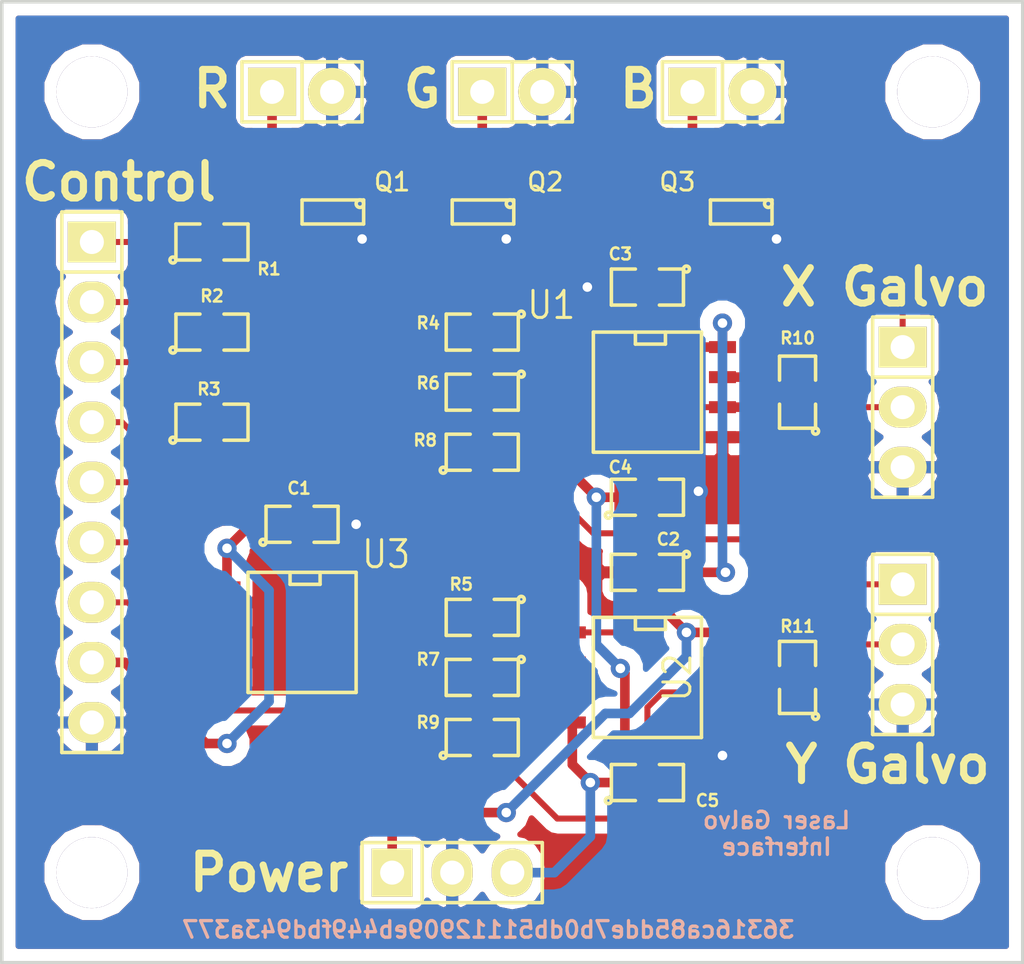
<source format=kicad_pcb>
(kicad_pcb (version 4) (host pcbnew "(2014-11-23 BZR 5300)-product")

  (general
    (links 62)
    (no_connects 0)
    (area 134.416073 83.312 218.105447 130.93446)
    (thickness 1.6)
    (drawings 13)
    (tracks 230)
    (zones 0)
    (modules 33)
    (nets 28)
  )

  (page A4)
  (layers
    (0 F.Cu signal)
    (31 B.Cu signal)
    (32 B.Adhes user)
    (33 F.Adhes user)
    (34 B.Paste user)
    (35 F.Paste user)
    (36 B.SilkS user)
    (37 F.SilkS user)
    (38 B.Mask user)
    (39 F.Mask user)
    (40 Dwgs.User user)
    (41 Cmts.User user)
    (42 Eco1.User user)
    (43 Eco2.User user)
    (44 Edge.Cuts user)
    (45 Margin user)
    (46 B.CrtYd user)
    (47 F.CrtYd user)
    (48 B.Fab user)
    (49 F.Fab user)
  )

  (setup
    (last_trace_width 0.4064)
    (user_trace_width 0.3048)
    (user_trace_width 0.4064)
    (user_trace_width 0.6096)
    (trace_clearance 0.254)
    (zone_clearance 0.508)
    (zone_45_only no)
    (trace_min 0.254)
    (segment_width 0.2)
    (edge_width 0.15)
    (via_size 0.889)
    (via_drill 0.635)
    (via_min_size 0.3302)
    (via_min_drill 0.508)
    (user_via 0.8128 0.4046)
    (uvia_size 0.508)
    (uvia_drill 0.127)
    (uvias_allowed no)
    (uvia_min_size 0.508)
    (uvia_min_drill 0.127)
    (pcb_text_width 0.3)
    (pcb_text_size 1.5 1.5)
    (mod_edge_width 0.15)
    (mod_text_size 1.5 1.5)
    (mod_text_width 0.15)
    (pad_size 1.4 1.4)
    (pad_drill 0.6)
    (pad_to_mask_clearance 0.2)
    (aux_axis_origin 0 0)
    (visible_elements FFFFFF7F)
    (pcbplotparams
      (layerselection 0x010f0_80000001)
      (usegerberextensions true)
      (excludeedgelayer true)
      (linewidth 0.100000)
      (plotframeref false)
      (viasonmask false)
      (mode 1)
      (useauxorigin false)
      (hpglpennumber 1)
      (hpglpenspeed 20)
      (hpglpendiameter 15)
      (hpglpenoverlay 2)
      (psnegative false)
      (psa4output false)
      (plotreference true)
      (plotvalue true)
      (plotinvisibletext false)
      (padsonsilk false)
      (subtractmaskfromsilk false)
      (outputformat 1)
      (mirror false)
      (drillshape 0)
      (scaleselection 1)
      (outputdirectory gerbers/))
  )

  (net 0 "")
  (net 1 +3.3V)
  (net 2 GND)
  (net 3 +12V)
  (net 4 -12V)
  (net 5 "Out X")
  (net 6 "Out ~X~")
  (net 7 "Out Y")
  (net 8 "Out ~Y~")
  (net 9 "Laser R")
  (net 10 "Laser G")
  (net 11 "Laser B")
  (net 12 SDI)
  (net 13 SCK)
  (net 14 ~CS~)
  (net 15 ~LDAC~)
  (net 16 "Laser ~R~")
  (net 17 "Laser ~G~")
  (net 18 "Laser ~B~")
  (net 19 "Net-(Q1-Pad1)")
  (net 20 "Net-(Q2-Pad1)")
  (net 21 "Net-(Q3-Pad1)")
  (net 22 "Net-(R4-Pad1)")
  (net 23 "Net-(R5-Pad1)")
  (net 24 "Net-(R10-Pad1)")
  (net 25 "Net-(R11-Pad1)")
  (net 26 "X DAC")
  (net 27 "Y DAC")

  (net_class Default "This is the default net class."
    (clearance 0.254)
    (trace_width 0.254)
    (via_dia 0.889)
    (via_drill 0.635)
    (uvia_dia 0.508)
    (uvia_drill 0.127)
    (add_net +12V)
    (add_net +3.3V)
    (add_net -12V)
    (add_net GND)
    (add_net "Laser B")
    (add_net "Laser G")
    (add_net "Laser R")
    (add_net "Laser ~B~")
    (add_net "Laser ~G~")
    (add_net "Laser ~R~")
    (add_net "Net-(Q1-Pad1)")
    (add_net "Net-(Q2-Pad1)")
    (add_net "Net-(Q3-Pad1)")
    (add_net "Net-(R10-Pad1)")
    (add_net "Net-(R11-Pad1)")
    (add_net "Net-(R4-Pad1)")
    (add_net "Net-(R5-Pad1)")
    (add_net "Out X")
    (add_net "Out Y")
    (add_net "Out ~X~")
    (add_net "Out ~Y~")
    (add_net SCK)
    (add_net SDI)
    (add_net "X DAC")
    (add_net "Y DAC")
    (add_net ~CS~)
    (add_net ~LDAC~)
  )

  (net_class small1 ""
    (clearance 0.254)
    (trace_width 0.4064)
    (via_dia 0.889)
    (via_drill 0.635)
    (uvia_dia 0.508)
    (uvia_drill 0.127)
  )

  (module Pin_Headers:Pin_Header_Straight_1x03 (layer F.Cu) (tedit 54740ADB) (tstamp 5473A10F)
    (at 191.77 104.775 270)
    (descr "Through hole pin header")
    (tags "pin header")
    (path /5471421A)
    (fp_text reference K1 (at -0.635 -2.54 270) (layer F.SilkS) hide
      (effects (font (size 1.27 1.27) (thickness 0.2032)))
    )
    (fp_text value CONN_3 (at 0 0 270) (layer F.SilkS) hide
      (effects (font (size 1.27 1.27) (thickness 0.2032)))
    )
    (fp_line (start -1.27 1.27) (end 3.81 1.27) (layer F.SilkS) (width 0.15))
    (fp_line (start 3.81 1.27) (end 3.81 -1.27) (layer F.SilkS) (width 0.15))
    (fp_line (start 3.81 -1.27) (end -1.27 -1.27) (layer F.SilkS) (width 0.15))
    (fp_line (start -3.81 -1.27) (end -1.27 -1.27) (layer F.SilkS) (width 0.15))
    (fp_line (start -1.27 -1.27) (end -1.27 1.27) (layer F.SilkS) (width 0.15))
    (fp_line (start -3.81 -1.27) (end -3.81 1.27) (layer F.SilkS) (width 0.15))
    (fp_line (start -3.81 1.27) (end -1.27 1.27) (layer F.SilkS) (width 0.15))
    (pad 1 thru_hole rect (at -2.54 0 270) (size 1.7272 2.032) (drill 1.016) (layers *.Cu *.Mask F.SilkS)
      (net 5 "Out X"))
    (pad 2 thru_hole oval (at 0 0 270) (size 1.7272 2.032) (drill 1.016) (layers *.Cu *.Mask F.SilkS)
      (net 6 "Out ~X~"))
    (pad 3 thru_hole oval (at 2.54 0 270) (size 1.7272 2.032) (drill 1.016) (layers *.Cu *.Mask F.SilkS)
      (net 2 GND))
    (model Pin_Headers/Pin_Header_Straight_1x03.wrl
      (at (xyz 0 0 0))
      (scale (xyz 1 1 1))
      (rotate (xyz 0 0 0))
    )
  )

  (module Pin_Headers:Pin_Header_Straight_1x03 (layer F.Cu) (tedit 54740AD7) (tstamp 5473A0E6)
    (at 191.77 114.808 270)
    (descr "Through hole pin header")
    (tags "pin header")
    (path /54714229)
    (fp_text reference K2 (at 0 -2.286 270) (layer F.SilkS) hide
      (effects (font (size 1.27 1.27) (thickness 0.2032)))
    )
    (fp_text value CONN_3 (at 0 0 270) (layer F.SilkS) hide
      (effects (font (size 1.27 1.27) (thickness 0.2032)))
    )
    (fp_line (start -1.27 1.27) (end 3.81 1.27) (layer F.SilkS) (width 0.15))
    (fp_line (start 3.81 1.27) (end 3.81 -1.27) (layer F.SilkS) (width 0.15))
    (fp_line (start 3.81 -1.27) (end -1.27 -1.27) (layer F.SilkS) (width 0.15))
    (fp_line (start -3.81 -1.27) (end -1.27 -1.27) (layer F.SilkS) (width 0.15))
    (fp_line (start -1.27 -1.27) (end -1.27 1.27) (layer F.SilkS) (width 0.15))
    (fp_line (start -3.81 -1.27) (end -3.81 1.27) (layer F.SilkS) (width 0.15))
    (fp_line (start -3.81 1.27) (end -1.27 1.27) (layer F.SilkS) (width 0.15))
    (pad 1 thru_hole rect (at -2.54 0 270) (size 1.7272 2.032) (drill 1.016) (layers *.Cu *.Mask F.SilkS)
      (net 7 "Out Y"))
    (pad 2 thru_hole oval (at 0 0 270) (size 1.7272 2.032) (drill 1.016) (layers *.Cu *.Mask F.SilkS)
      (net 8 "Out ~Y~"))
    (pad 3 thru_hole oval (at 2.54 0 270) (size 1.7272 2.032) (drill 1.016) (layers *.Cu *.Mask F.SilkS)
      (net 2 GND))
    (model Pin_Headers/Pin_Header_Straight_1x03.wrl
      (at (xyz 0 0 0))
      (scale (xyz 1 1 1))
      (rotate (xyz 0 0 0))
    )
  )

  (module Pin_Headers:Pin_Header_Straight_1x03 (layer F.Cu) (tedit 54740CC6) (tstamp 5473A11E)
    (at 172.72 124.46)
    (descr "Through hole pin header")
    (tags "pin header")
    (path /5473B92F)
    (fp_text reference K3 (at 0 -2.286) (layer F.SilkS) hide
      (effects (font (size 1.27 1.27) (thickness 0.2032)))
    )
    (fp_text value CONN_3 (at 0 0) (layer F.SilkS) hide
      (effects (font (size 1.27 1.27) (thickness 0.2032)))
    )
    (fp_line (start -1.27 1.27) (end 3.81 1.27) (layer F.SilkS) (width 0.15))
    (fp_line (start 3.81 1.27) (end 3.81 -1.27) (layer F.SilkS) (width 0.15))
    (fp_line (start 3.81 -1.27) (end -1.27 -1.27) (layer F.SilkS) (width 0.15))
    (fp_line (start -3.81 -1.27) (end -1.27 -1.27) (layer F.SilkS) (width 0.15))
    (fp_line (start -1.27 -1.27) (end -1.27 1.27) (layer F.SilkS) (width 0.15))
    (fp_line (start -3.81 -1.27) (end -3.81 1.27) (layer F.SilkS) (width 0.15))
    (fp_line (start -3.81 1.27) (end -1.27 1.27) (layer F.SilkS) (width 0.15))
    (pad 1 thru_hole rect (at -2.54 0) (size 1.7272 2.032) (drill 1.016) (layers *.Cu *.Mask F.SilkS)
      (net 3 +12V))
    (pad 2 thru_hole oval (at 0 0) (size 1.7272 2.032) (drill 1.016) (layers *.Cu *.Mask F.SilkS)
      (net 2 GND))
    (pad 3 thru_hole oval (at 2.54 0) (size 1.7272 2.032) (drill 1.016) (layers *.Cu *.Mask F.SilkS)
      (net 4 -12V))
    (model Pin_Headers/Pin_Header_Straight_1x03.wrl
      (at (xyz 0 0 0))
      (scale (xyz 1 1 1))
      (rotate (xyz 0 0 0))
    )
  )

  (module Pin_Headers:Pin_Header_Straight_1x09 (layer F.Cu) (tedit 54740CFB) (tstamp 54739F10)
    (at 157.48 107.95 270)
    (descr "Through hole pin header")
    (tags "pin header")
    (path /54714238)
    (fp_text reference P1 (at 0 -2.286 270) (layer F.SilkS) hide
      (effects (font (size 1.27 1.27) (thickness 0.2032)))
    )
    (fp_text value CONN_9 (at 0 0 270) (layer F.SilkS) hide
      (effects (font (size 1.27 1.27) (thickness 0.2032)))
    )
    (fp_line (start -8.89 -1.27) (end 11.43 -1.27) (layer F.SilkS) (width 0.15))
    (fp_line (start 11.43 -1.27) (end 11.43 1.27) (layer F.SilkS) (width 0.15))
    (fp_line (start 11.43 1.27) (end -8.89 1.27) (layer F.SilkS) (width 0.15))
    (fp_line (start -11.43 -1.27) (end -8.89 -1.27) (layer F.SilkS) (width 0.15))
    (fp_line (start -8.89 -1.27) (end -8.89 1.27) (layer F.SilkS) (width 0.15))
    (fp_line (start -11.43 -1.27) (end -11.43 1.27) (layer F.SilkS) (width 0.15))
    (fp_line (start -11.43 1.27) (end -8.89 1.27) (layer F.SilkS) (width 0.15))
    (pad 1 thru_hole rect (at -10.16 0 270) (size 1.7272 2.032) (drill 1.016) (layers *.Cu *.Mask F.SilkS)
      (net 9 "Laser R"))
    (pad 2 thru_hole oval (at -7.62 0 270) (size 1.7272 2.032) (drill 1.016) (layers *.Cu *.Mask F.SilkS)
      (net 10 "Laser G"))
    (pad 3 thru_hole oval (at -5.08 0 270) (size 1.7272 2.032) (drill 1.016) (layers *.Cu *.Mask F.SilkS)
      (net 11 "Laser B"))
    (pad 4 thru_hole oval (at -2.54 0 270) (size 1.7272 2.032) (drill 1.016) (layers *.Cu *.Mask F.SilkS)
      (net 14 ~CS~))
    (pad 5 thru_hole oval (at 0 0 270) (size 1.7272 2.032) (drill 1.016) (layers *.Cu *.Mask F.SilkS)
      (net 13 SCK))
    (pad 6 thru_hole oval (at 2.54 0 270) (size 1.7272 2.032) (drill 1.016) (layers *.Cu *.Mask F.SilkS)
      (net 12 SDI))
    (pad 7 thru_hole oval (at 5.08 0 270) (size 1.7272 2.032) (drill 1.016) (layers *.Cu *.Mask F.SilkS)
      (net 15 ~LDAC~))
    (pad 8 thru_hole oval (at 7.62 0 270) (size 1.7272 2.032) (drill 1.016) (layers *.Cu *.Mask F.SilkS)
      (net 1 +3.3V))
    (pad 9 thru_hole oval (at 10.16 0 270) (size 1.7272 2.032) (drill 1.016) (layers *.Cu *.Mask F.SilkS)
      (net 2 GND))
    (model Pin_Headers/Pin_Header_Straight_1x09.wrl
      (at (xyz 0 0 0))
      (scale (xyz 1 1 1))
      (rotate (xyz 0 0 0))
    )
  )

  (module Pin_Headers:Pin_Header_Straight_1x02 (layer F.Cu) (tedit 54740A81) (tstamp 54739F1C)
    (at 166.37 91.44)
    (descr "Through hole pin header")
    (tags "pin header")
    (path /547141ED)
    (fp_text reference P2 (at 0 -2.286) (layer F.SilkS) hide
      (effects (font (size 1.27 1.27) (thickness 0.2032)))
    )
    (fp_text value CONN_2 (at 0 0) (layer F.SilkS) hide
      (effects (font (size 1.27 1.27) (thickness 0.2032)))
    )
    (fp_line (start 0 -1.27) (end 0 1.27) (layer F.SilkS) (width 0.15))
    (fp_line (start -2.54 -1.27) (end -2.54 1.27) (layer F.SilkS) (width 0.15))
    (fp_line (start -2.54 1.27) (end 0 1.27) (layer F.SilkS) (width 0.15))
    (fp_line (start 0 1.27) (end 2.54 1.27) (layer F.SilkS) (width 0.15))
    (fp_line (start 2.54 1.27) (end 2.54 -1.27) (layer F.SilkS) (width 0.15))
    (fp_line (start 2.54 -1.27) (end -2.54 -1.27) (layer F.SilkS) (width 0.15))
    (pad 1 thru_hole rect (at -1.27 0) (size 2.032 2.032) (drill 1.016) (layers *.Cu *.Mask F.SilkS)
      (net 16 "Laser ~R~"))
    (pad 2 thru_hole oval (at 1.27 0) (size 2.032 2.032) (drill 1.016) (layers *.Cu *.Mask F.SilkS)
      (net 2 GND))
    (model Pin_Headers/Pin_Header_Straight_1x02.wrl
      (at (xyz 0 0 0))
      (scale (xyz 1 1 1))
      (rotate (xyz 0 0 0))
    )
  )

  (module Pin_Headers:Pin_Header_Straight_1x02 (layer F.Cu) (tedit 54740A8C) (tstamp 5473EB97)
    (at 175.26 91.44)
    (descr "Through hole pin header")
    (tags "pin header")
    (path /547141FC)
    (fp_text reference P3 (at 0 -2.286) (layer F.SilkS) hide
      (effects (font (size 1.27 1.27) (thickness 0.2032)))
    )
    (fp_text value CONN_2 (at 0 0) (layer F.SilkS) hide
      (effects (font (size 1.27 1.27) (thickness 0.2032)))
    )
    (fp_line (start 0 -1.27) (end 0 1.27) (layer F.SilkS) (width 0.15))
    (fp_line (start -2.54 -1.27) (end -2.54 1.27) (layer F.SilkS) (width 0.15))
    (fp_line (start -2.54 1.27) (end 0 1.27) (layer F.SilkS) (width 0.15))
    (fp_line (start 0 1.27) (end 2.54 1.27) (layer F.SilkS) (width 0.15))
    (fp_line (start 2.54 1.27) (end 2.54 -1.27) (layer F.SilkS) (width 0.15))
    (fp_line (start 2.54 -1.27) (end -2.54 -1.27) (layer F.SilkS) (width 0.15))
    (pad 1 thru_hole rect (at -1.27 0) (size 2.032 2.032) (drill 1.016) (layers *.Cu *.Mask F.SilkS)
      (net 17 "Laser ~G~"))
    (pad 2 thru_hole oval (at 1.27 0) (size 2.032 2.032) (drill 1.016) (layers *.Cu *.Mask F.SilkS)
      (net 2 GND))
    (model Pin_Headers/Pin_Header_Straight_1x02.wrl
      (at (xyz 0 0 0))
      (scale (xyz 1 1 1))
      (rotate (xyz 0 0 0))
    )
  )

  (module Pin_Headers:Pin_Header_Straight_1x02 (layer F.Cu) (tedit 54740AB6) (tstamp 5473A138)
    (at 184.15 91.44)
    (descr "Through hole pin header")
    (tags "pin header")
    (path /5471420B)
    (fp_text reference P4 (at 0 -2.286) (layer F.SilkS) hide
      (effects (font (size 1.27 1.27) (thickness 0.2032)))
    )
    (fp_text value CONN_2 (at 0 0) (layer F.SilkS) hide
      (effects (font (size 1.27 1.27) (thickness 0.2032)))
    )
    (fp_line (start 0 -1.27) (end 0 1.27) (layer F.SilkS) (width 0.15))
    (fp_line (start -2.54 -1.27) (end -2.54 1.27) (layer F.SilkS) (width 0.15))
    (fp_line (start -2.54 1.27) (end 0 1.27) (layer F.SilkS) (width 0.15))
    (fp_line (start 0 1.27) (end 2.54 1.27) (layer F.SilkS) (width 0.15))
    (fp_line (start 2.54 1.27) (end 2.54 -1.27) (layer F.SilkS) (width 0.15))
    (fp_line (start 2.54 -1.27) (end -2.54 -1.27) (layer F.SilkS) (width 0.15))
    (pad 1 thru_hole rect (at -1.27 0) (size 2.032 2.032) (drill 1.016) (layers *.Cu *.Mask F.SilkS)
      (net 18 "Laser ~B~"))
    (pad 2 thru_hole oval (at 1.27 0) (size 2.032 2.032) (drill 1.016) (layers *.Cu *.Mask F.SilkS)
      (net 2 GND))
    (model Pin_Headers/Pin_Header_Straight_1x02.wrl
      (at (xyz 0 0 0))
      (scale (xyz 1 1 1))
      (rotate (xyz 0 0 0))
    )
  )

  (module SMD_Packages:SOT-23 (layer F.Cu) (tedit 54740E61) (tstamp 5473A100)
    (at 167.64 96.52 180)
    (tags SOT23)
    (path /54713AC4)
    (fp_text reference Q1 (at -2.54 1.27 360) (layer F.SilkS)
      (effects (font (size 0.762 0.762) (thickness 0.11938)))
    )
    (fp_text value PZT2222A (at 0.0635 0 180) (layer F.SilkS) hide
      (effects (font (size 0.50038 0.50038) (thickness 0.09906)))
    )
    (fp_circle (center -1.17602 0.35052) (end -1.30048 0.44958) (layer F.SilkS) (width 0.15))
    (fp_line (start 1.27 -0.508) (end 1.27 0.508) (layer F.SilkS) (width 0.15))
    (fp_line (start -1.3335 -0.508) (end -1.3335 0.508) (layer F.SilkS) (width 0.15))
    (fp_line (start 1.27 0.508) (end -1.3335 0.508) (layer F.SilkS) (width 0.15))
    (fp_line (start -1.3335 -0.508) (end 1.27 -0.508) (layer F.SilkS) (width 0.15))
    (pad 3 smd rect (at 0 -1.09982 180) (size 0.8001 1.00076) (layers F.Cu F.Paste F.Mask)
      (net 2 GND))
    (pad 2 smd rect (at 0.9525 1.09982 180) (size 0.8001 1.00076) (layers F.Cu F.Paste F.Mask)
      (net 16 "Laser ~R~"))
    (pad 1 smd rect (at -0.9525 1.09982 180) (size 0.8001 1.00076) (layers F.Cu F.Paste F.Mask)
      (net 19 "Net-(Q1-Pad1)"))
    (model smd\SOT23_3.wrl
      (at (xyz 0 0 0))
      (scale (xyz 0.4 0.4 0.4))
      (rotate (xyz 0 0 180))
    )
  )

  (module SMD_Packages:SOT-23 (layer F.Cu) (tedit 54740E5B) (tstamp 5473A12B)
    (at 173.99 96.52 180)
    (tags SOT23)
    (path /54713AD3)
    (fp_text reference Q2 (at -2.667 1.27 360) (layer F.SilkS)
      (effects (font (size 0.762 0.762) (thickness 0.11938)))
    )
    (fp_text value PZT2222A (at 0.0635 0 180) (layer F.SilkS) hide
      (effects (font (size 0.50038 0.50038) (thickness 0.09906)))
    )
    (fp_circle (center -1.17602 0.35052) (end -1.30048 0.44958) (layer F.SilkS) (width 0.15))
    (fp_line (start 1.27 -0.508) (end 1.27 0.508) (layer F.SilkS) (width 0.15))
    (fp_line (start -1.3335 -0.508) (end -1.3335 0.508) (layer F.SilkS) (width 0.15))
    (fp_line (start 1.27 0.508) (end -1.3335 0.508) (layer F.SilkS) (width 0.15))
    (fp_line (start -1.3335 -0.508) (end 1.27 -0.508) (layer F.SilkS) (width 0.15))
    (pad 3 smd rect (at 0 -1.09982 180) (size 0.8001 1.00076) (layers F.Cu F.Paste F.Mask)
      (net 2 GND))
    (pad 2 smd rect (at 0.9525 1.09982 180) (size 0.8001 1.00076) (layers F.Cu F.Paste F.Mask)
      (net 17 "Laser ~G~"))
    (pad 1 smd rect (at -0.9525 1.09982 180) (size 0.8001 1.00076) (layers F.Cu F.Paste F.Mask)
      (net 20 "Net-(Q2-Pad1)"))
    (model smd\SOT23_3.wrl
      (at (xyz 0 0 0))
      (scale (xyz 0.4 0.4 0.4))
      (rotate (xyz 0 0 180))
    )
  )

  (module SMD_Packages:SOT-23 (layer F.Cu) (tedit 54740E54) (tstamp 54739F58)
    (at 184.912 96.52 180)
    (tags SOT23)
    (path /54713AE2)
    (fp_text reference Q3 (at 2.667 1.27 360) (layer F.SilkS)
      (effects (font (size 0.762 0.762) (thickness 0.11938)))
    )
    (fp_text value PZT2222A (at 0.0635 0 180) (layer F.SilkS) hide
      (effects (font (size 0.50038 0.50038) (thickness 0.09906)))
    )
    (fp_circle (center -1.17602 0.35052) (end -1.30048 0.44958) (layer F.SilkS) (width 0.15))
    (fp_line (start 1.27 -0.508) (end 1.27 0.508) (layer F.SilkS) (width 0.15))
    (fp_line (start -1.3335 -0.508) (end -1.3335 0.508) (layer F.SilkS) (width 0.15))
    (fp_line (start 1.27 0.508) (end -1.3335 0.508) (layer F.SilkS) (width 0.15))
    (fp_line (start -1.3335 -0.508) (end 1.27 -0.508) (layer F.SilkS) (width 0.15))
    (pad 3 smd rect (at 0 -1.09982 180) (size 0.8001 1.00076) (layers F.Cu F.Paste F.Mask)
      (net 2 GND))
    (pad 2 smd rect (at 0.9525 1.09982 180) (size 0.8001 1.00076) (layers F.Cu F.Paste F.Mask)
      (net 18 "Laser ~B~"))
    (pad 1 smd rect (at -0.9525 1.09982 180) (size 0.8001 1.00076) (layers F.Cu F.Paste F.Mask)
      (net 21 "Net-(Q3-Pad1)"))
    (model smd\SOT23_3.wrl
      (at (xyz 0 0 0))
      (scale (xyz 0.4 0.4 0.4))
      (rotate (xyz 0 0 180))
    )
  )

  (module SMD_Packages:SOIC-8-N (layer F.Cu) (tedit 54740D8B) (tstamp 5473A14C)
    (at 180.975 104.14 270)
    (descr "Module Narrow CMS SOJ 8 pins large")
    (tags "CMS SOJ")
    (path /54713C60)
    (attr smd)
    (fp_text reference U1 (at -3.683 4.064 360) (layer F.SilkS)
      (effects (font (size 1.143 1.016) (thickness 0.127)))
    )
    (fp_text value LM358 (at 0 1.27 270) (layer F.SilkS) hide
      (effects (font (size 1.016 1.016) (thickness 0.127)))
    )
    (fp_line (start -2.54 -2.286) (end 2.54 -2.286) (layer F.SilkS) (width 0.15))
    (fp_line (start 2.54 -2.286) (end 2.54 2.286) (layer F.SilkS) (width 0.15))
    (fp_line (start 2.54 2.286) (end -2.54 2.286) (layer F.SilkS) (width 0.15))
    (fp_line (start -2.54 2.286) (end -2.54 -2.286) (layer F.SilkS) (width 0.15))
    (fp_line (start -2.54 -0.762) (end -2.032 -0.762) (layer F.SilkS) (width 0.15))
    (fp_line (start -2.032 -0.762) (end -2.032 0.508) (layer F.SilkS) (width 0.15))
    (fp_line (start -2.032 0.508) (end -2.54 0.508) (layer F.SilkS) (width 0.15))
    (pad 8 smd rect (at -1.905 -3.175 270) (size 0.508 1.143) (layers F.Cu F.Paste F.Mask)
      (net 3 +12V))
    (pad 7 smd rect (at -0.635 -3.175 270) (size 0.508 1.143) (layers F.Cu F.Paste F.Mask)
      (net 6 "Out ~X~"))
    (pad 6 smd rect (at 0.635 -3.175 270) (size 0.508 1.143) (layers F.Cu F.Paste F.Mask)
      (net 24 "Net-(R10-Pad1)"))
    (pad 5 smd rect (at 1.905 -3.175 270) (size 0.508 1.143) (layers F.Cu F.Paste F.Mask)
      (net 2 GND))
    (pad 4 smd rect (at 1.905 3.175 270) (size 0.508 1.143) (layers F.Cu F.Paste F.Mask)
      (net 4 -12V))
    (pad 3 smd rect (at 0.635 3.175 270) (size 0.508 1.143) (layers F.Cu F.Paste F.Mask)
      (net 26 "X DAC"))
    (pad 2 smd rect (at -0.635 3.175 270) (size 0.508 1.143) (layers F.Cu F.Paste F.Mask)
      (net 22 "Net-(R4-Pad1)"))
    (pad 1 smd rect (at -1.905 3.175 270) (size 0.508 1.143) (layers F.Cu F.Paste F.Mask)
      (net 5 "Out X"))
    (model smd/cms_so8.wrl
      (at (xyz 0 0 0))
      (scale (xyz 0.5 0.38 0.5))
      (rotate (xyz 0 0 0))
    )
  )

  (module SMD_Packages:SOIC-8-N (layer F.Cu) (tedit 54740AEB) (tstamp 5473A002)
    (at 180.975 116.205 270)
    (descr "Module Narrow CMS SOJ 8 pins large")
    (tags "CMS SOJ")
    (path /5471401A)
    (attr smd)
    (fp_text reference U2 (at 0 -1.27 270) (layer F.SilkS)
      (effects (font (size 1.143 1.016) (thickness 0.127)))
    )
    (fp_text value LM358 (at 0 1.27 270) (layer F.SilkS) hide
      (effects (font (size 1.016 1.016) (thickness 0.127)))
    )
    (fp_line (start -2.54 -2.286) (end 2.54 -2.286) (layer F.SilkS) (width 0.15))
    (fp_line (start 2.54 -2.286) (end 2.54 2.286) (layer F.SilkS) (width 0.15))
    (fp_line (start 2.54 2.286) (end -2.54 2.286) (layer F.SilkS) (width 0.15))
    (fp_line (start -2.54 2.286) (end -2.54 -2.286) (layer F.SilkS) (width 0.15))
    (fp_line (start -2.54 -0.762) (end -2.032 -0.762) (layer F.SilkS) (width 0.15))
    (fp_line (start -2.032 -0.762) (end -2.032 0.508) (layer F.SilkS) (width 0.15))
    (fp_line (start -2.032 0.508) (end -2.54 0.508) (layer F.SilkS) (width 0.15))
    (pad 8 smd rect (at -1.905 -3.175 270) (size 0.508 1.143) (layers F.Cu F.Paste F.Mask)
      (net 3 +12V))
    (pad 7 smd rect (at -0.635 -3.175 270) (size 0.508 1.143) (layers F.Cu F.Paste F.Mask)
      (net 8 "Out ~Y~"))
    (pad 6 smd rect (at 0.635 -3.175 270) (size 0.508 1.143) (layers F.Cu F.Paste F.Mask)
      (net 25 "Net-(R11-Pad1)"))
    (pad 5 smd rect (at 1.905 -3.175 270) (size 0.508 1.143) (layers F.Cu F.Paste F.Mask)
      (net 2 GND))
    (pad 4 smd rect (at 1.905 3.175 270) (size 0.508 1.143) (layers F.Cu F.Paste F.Mask)
      (net 4 -12V))
    (pad 3 smd rect (at 0.635 3.175 270) (size 0.508 1.143) (layers F.Cu F.Paste F.Mask)
      (net 27 "Y DAC"))
    (pad 2 smd rect (at -0.635 3.175 270) (size 0.508 1.143) (layers F.Cu F.Paste F.Mask)
      (net 23 "Net-(R5-Pad1)"))
    (pad 1 smd rect (at -1.905 3.175 270) (size 0.508 1.143) (layers F.Cu F.Paste F.Mask)
      (net 7 "Out Y"))
    (model smd/cms_so8.wrl
      (at (xyz 0 0 0))
      (scale (xyz 0.5 0.38 0.5))
      (rotate (xyz 0 0 0))
    )
  )

  (module SMD_Packages:SOIC-8-N (layer F.Cu) (tedit 54740D9B) (tstamp 5473A015)
    (at 166.37 114.3 270)
    (descr "Module Narrow CMS SOJ 8 pins large")
    (tags "CMS SOJ")
    (path /54713BD3)
    (attr smd)
    (fp_text reference U3 (at -3.302 -3.556 360) (layer F.SilkS)
      (effects (font (size 1.143 1.016) (thickness 0.127)))
    )
    (fp_text value MCP4822 (at 0 1.27 270) (layer F.SilkS) hide
      (effects (font (size 1.016 1.016) (thickness 0.127)))
    )
    (fp_line (start -2.54 -2.286) (end 2.54 -2.286) (layer F.SilkS) (width 0.15))
    (fp_line (start 2.54 -2.286) (end 2.54 2.286) (layer F.SilkS) (width 0.15))
    (fp_line (start 2.54 2.286) (end -2.54 2.286) (layer F.SilkS) (width 0.15))
    (fp_line (start -2.54 2.286) (end -2.54 -2.286) (layer F.SilkS) (width 0.15))
    (fp_line (start -2.54 -0.762) (end -2.032 -0.762) (layer F.SilkS) (width 0.15))
    (fp_line (start -2.032 -0.762) (end -2.032 0.508) (layer F.SilkS) (width 0.15))
    (fp_line (start -2.032 0.508) (end -2.54 0.508) (layer F.SilkS) (width 0.15))
    (pad 8 smd rect (at -1.905 -3.175 270) (size 0.508 1.143) (layers F.Cu F.Paste F.Mask)
      (net 26 "X DAC"))
    (pad 7 smd rect (at -0.635 -3.175 270) (size 0.508 1.143) (layers F.Cu F.Paste F.Mask)
      (net 2 GND))
    (pad 6 smd rect (at 0.635 -3.175 270) (size 0.508 1.143) (layers F.Cu F.Paste F.Mask)
      (net 27 "Y DAC"))
    (pad 5 smd rect (at 1.905 -3.175 270) (size 0.508 1.143) (layers F.Cu F.Paste F.Mask)
      (net 15 ~LDAC~))
    (pad 4 smd rect (at 1.905 3.175 270) (size 0.508 1.143) (layers F.Cu F.Paste F.Mask)
      (net 12 SDI))
    (pad 3 smd rect (at 0.635 3.175 270) (size 0.508 1.143) (layers F.Cu F.Paste F.Mask)
      (net 13 SCK))
    (pad 2 smd rect (at -0.635 3.175 270) (size 0.508 1.143) (layers F.Cu F.Paste F.Mask)
      (net 14 ~CS~))
    (pad 1 smd rect (at -1.905 3.175 270) (size 0.508 1.143) (layers F.Cu F.Paste F.Mask)
      (net 1 +3.3V))
    (model smd/cms_so8.wrl
      (at (xyz 0 0 0))
      (scale (xyz 0.5 0.38 0.5))
      (rotate (xyz 0 0 0))
    )
  )

  (module SMD_Packages:SMD-0805 (layer F.Cu) (tedit 54740D9F) (tstamp 5473A3D1)
    (at 166.37 109.728)
    (path /54739A31)
    (attr smd)
    (fp_text reference C1 (at -0.127 -1.524) (layer F.SilkS)
      (effects (font (size 0.50038 0.50038) (thickness 0.10922)))
    )
    (fp_text value C (at 0 0.381) (layer F.SilkS) hide
      (effects (font (size 0.50038 0.50038) (thickness 0.10922)))
    )
    (fp_circle (center -1.651 0.762) (end -1.651 0.635) (layer F.SilkS) (width 0.15))
    (fp_line (start -0.508 0.762) (end -1.524 0.762) (layer F.SilkS) (width 0.15))
    (fp_line (start -1.524 0.762) (end -1.524 -0.762) (layer F.SilkS) (width 0.15))
    (fp_line (start -1.524 -0.762) (end -0.508 -0.762) (layer F.SilkS) (width 0.15))
    (fp_line (start 0.508 -0.762) (end 1.524 -0.762) (layer F.SilkS) (width 0.15))
    (fp_line (start 1.524 -0.762) (end 1.524 0.762) (layer F.SilkS) (width 0.15))
    (fp_line (start 1.524 0.762) (end 0.508 0.762) (layer F.SilkS) (width 0.15))
    (pad 1 smd rect (at -0.9525 0) (size 0.889 1.397) (layers F.Cu F.Paste F.Mask)
      (net 1 +3.3V))
    (pad 2 smd rect (at 0.9525 0) (size 0.889 1.397) (layers F.Cu F.Paste F.Mask)
      (net 2 GND))
    (model smd/chip_cms.wrl
      (at (xyz 0 0 0))
      (scale (xyz 0.1 0.1 0.1))
      (rotate (xyz 0 0 0))
    )
  )

  (module SMD_Packages:SMD-0805 (layer F.Cu) (tedit 54740D5E) (tstamp 5473A3DD)
    (at 180.975 111.76 180)
    (path /5473A00C)
    (attr smd)
    (fp_text reference C2 (at -0.889 1.397 180) (layer F.SilkS)
      (effects (font (size 0.50038 0.50038) (thickness 0.10922)))
    )
    (fp_text value C (at 0.762 1.143 180) (layer F.SilkS) hide
      (effects (font (size 0.50038 0.50038) (thickness 0.10922)))
    )
    (fp_circle (center -1.651 0.762) (end -1.651 0.635) (layer F.SilkS) (width 0.15))
    (fp_line (start -0.508 0.762) (end -1.524 0.762) (layer F.SilkS) (width 0.15))
    (fp_line (start -1.524 0.762) (end -1.524 -0.762) (layer F.SilkS) (width 0.15))
    (fp_line (start -1.524 -0.762) (end -0.508 -0.762) (layer F.SilkS) (width 0.15))
    (fp_line (start 0.508 -0.762) (end 1.524 -0.762) (layer F.SilkS) (width 0.15))
    (fp_line (start 1.524 -0.762) (end 1.524 0.762) (layer F.SilkS) (width 0.15))
    (fp_line (start 1.524 0.762) (end 0.508 0.762) (layer F.SilkS) (width 0.15))
    (pad 1 smd rect (at -0.9525 0 180) (size 0.889 1.397) (layers F.Cu F.Paste F.Mask)
      (net 3 +12V))
    (pad 2 smd rect (at 0.9525 0 180) (size 0.889 1.397) (layers F.Cu F.Paste F.Mask)
      (net 2 GND))
    (model smd/chip_cms.wrl
      (at (xyz 0 0 0))
      (scale (xyz 0.1 0.1 0.1))
      (rotate (xyz 0 0 0))
    )
  )

  (module SMD_Packages:SMD-0805 (layer F.Cu) (tedit 54740D83) (tstamp 5473A3E9)
    (at 180.975 99.695 180)
    (path /5473A055)
    (attr smd)
    (fp_text reference C3 (at 1.143 1.397 180) (layer F.SilkS)
      (effects (font (size 0.50038 0.50038) (thickness 0.10922)))
    )
    (fp_text value C (at 0 0.381 180) (layer F.SilkS) hide
      (effects (font (size 0.50038 0.50038) (thickness 0.10922)))
    )
    (fp_circle (center -1.651 0.762) (end -1.651 0.635) (layer F.SilkS) (width 0.15))
    (fp_line (start -0.508 0.762) (end -1.524 0.762) (layer F.SilkS) (width 0.15))
    (fp_line (start -1.524 0.762) (end -1.524 -0.762) (layer F.SilkS) (width 0.15))
    (fp_line (start -1.524 -0.762) (end -0.508 -0.762) (layer F.SilkS) (width 0.15))
    (fp_line (start 0.508 -0.762) (end 1.524 -0.762) (layer F.SilkS) (width 0.15))
    (fp_line (start 1.524 -0.762) (end 1.524 0.762) (layer F.SilkS) (width 0.15))
    (fp_line (start 1.524 0.762) (end 0.508 0.762) (layer F.SilkS) (width 0.15))
    (pad 1 smd rect (at -0.9525 0 180) (size 0.889 1.397) (layers F.Cu F.Paste F.Mask)
      (net 3 +12V))
    (pad 2 smd rect (at 0.9525 0 180) (size 0.889 1.397) (layers F.Cu F.Paste F.Mask)
      (net 2 GND))
    (model smd/chip_cms.wrl
      (at (xyz 0 0 0))
      (scale (xyz 0.1 0.1 0.1))
      (rotate (xyz 0 0 0))
    )
  )

  (module SMD_Packages:SMD-0805 (layer F.Cu) (tedit 54740D95) (tstamp 5473A3F5)
    (at 180.975 108.585)
    (path /5473A06E)
    (attr smd)
    (fp_text reference C4 (at -1.143 -1.27) (layer F.SilkS)
      (effects (font (size 0.50038 0.50038) (thickness 0.10922)))
    )
    (fp_text value C (at 0 0.381) (layer F.SilkS) hide
      (effects (font (size 0.50038 0.50038) (thickness 0.10922)))
    )
    (fp_circle (center -1.651 0.762) (end -1.651 0.635) (layer F.SilkS) (width 0.15))
    (fp_line (start -0.508 0.762) (end -1.524 0.762) (layer F.SilkS) (width 0.15))
    (fp_line (start -1.524 0.762) (end -1.524 -0.762) (layer F.SilkS) (width 0.15))
    (fp_line (start -1.524 -0.762) (end -0.508 -0.762) (layer F.SilkS) (width 0.15))
    (fp_line (start 0.508 -0.762) (end 1.524 -0.762) (layer F.SilkS) (width 0.15))
    (fp_line (start 1.524 -0.762) (end 1.524 0.762) (layer F.SilkS) (width 0.15))
    (fp_line (start 1.524 0.762) (end 0.508 0.762) (layer F.SilkS) (width 0.15))
    (pad 1 smd rect (at -0.9525 0) (size 0.889 1.397) (layers F.Cu F.Paste F.Mask)
      (net 4 -12V))
    (pad 2 smd rect (at 0.9525 0) (size 0.889 1.397) (layers F.Cu F.Paste F.Mask)
      (net 2 GND))
    (model smd/chip_cms.wrl
      (at (xyz 0 0 0))
      (scale (xyz 0.1 0.1 0.1))
      (rotate (xyz 0 0 0))
    )
  )

  (module SMD_Packages:SMD-0805 (layer F.Cu) (tedit 54740D7B) (tstamp 5473A401)
    (at 180.975 120.65)
    (path /5473A1A9)
    (attr smd)
    (fp_text reference C5 (at 2.54 0.762) (layer F.SilkS)
      (effects (font (size 0.50038 0.50038) (thickness 0.10922)))
    )
    (fp_text value C (at 0 0.381) (layer F.SilkS) hide
      (effects (font (size 0.50038 0.50038) (thickness 0.10922)))
    )
    (fp_circle (center -1.651 0.762) (end -1.651 0.635) (layer F.SilkS) (width 0.15))
    (fp_line (start -0.508 0.762) (end -1.524 0.762) (layer F.SilkS) (width 0.15))
    (fp_line (start -1.524 0.762) (end -1.524 -0.762) (layer F.SilkS) (width 0.15))
    (fp_line (start -1.524 -0.762) (end -0.508 -0.762) (layer F.SilkS) (width 0.15))
    (fp_line (start 0.508 -0.762) (end 1.524 -0.762) (layer F.SilkS) (width 0.15))
    (fp_line (start 1.524 -0.762) (end 1.524 0.762) (layer F.SilkS) (width 0.15))
    (fp_line (start 1.524 0.762) (end 0.508 0.762) (layer F.SilkS) (width 0.15))
    (pad 1 smd rect (at -0.9525 0) (size 0.889 1.397) (layers F.Cu F.Paste F.Mask)
      (net 4 -12V))
    (pad 2 smd rect (at 0.9525 0) (size 0.889 1.397) (layers F.Cu F.Paste F.Mask)
      (net 2 GND))
    (model smd/chip_cms.wrl
      (at (xyz 0 0 0))
      (scale (xyz 0.1 0.1 0.1))
      (rotate (xyz 0 0 0))
    )
  )

  (module SMD_Packages:SMD-0805 (layer F.Cu) (tedit 54740E99) (tstamp 5473A40D)
    (at 162.56 97.79)
    (path /5471446E)
    (attr smd)
    (fp_text reference R1 (at 2.413 1.143) (layer F.SilkS)
      (effects (font (size 0.50038 0.50038) (thickness 0.10922)))
    )
    (fp_text value R (at 0 0.381) (layer F.SilkS) hide
      (effects (font (size 0.50038 0.50038) (thickness 0.10922)))
    )
    (fp_circle (center -1.651 0.762) (end -1.651 0.635) (layer F.SilkS) (width 0.15))
    (fp_line (start -0.508 0.762) (end -1.524 0.762) (layer F.SilkS) (width 0.15))
    (fp_line (start -1.524 0.762) (end -1.524 -0.762) (layer F.SilkS) (width 0.15))
    (fp_line (start -1.524 -0.762) (end -0.508 -0.762) (layer F.SilkS) (width 0.15))
    (fp_line (start 0.508 -0.762) (end 1.524 -0.762) (layer F.SilkS) (width 0.15))
    (fp_line (start 1.524 -0.762) (end 1.524 0.762) (layer F.SilkS) (width 0.15))
    (fp_line (start 1.524 0.762) (end 0.508 0.762) (layer F.SilkS) (width 0.15))
    (pad 1 smd rect (at -0.9525 0) (size 0.889 1.397) (layers F.Cu F.Paste F.Mask)
      (net 9 "Laser R"))
    (pad 2 smd rect (at 0.9525 0) (size 0.889 1.397) (layers F.Cu F.Paste F.Mask)
      (net 19 "Net-(Q1-Pad1)"))
    (model smd/chip_cms.wrl
      (at (xyz 0 0 0))
      (scale (xyz 0.1 0.1 0.1))
      (rotate (xyz 0 0 0))
    )
  )

  (module SMD_Packages:SMD-0805 (layer F.Cu) (tedit 54740DA7) (tstamp 5473A419)
    (at 162.56 101.6)
    (path /5471445F)
    (attr smd)
    (fp_text reference R2 (at 0 -1.524) (layer F.SilkS)
      (effects (font (size 0.50038 0.50038) (thickness 0.10922)))
    )
    (fp_text value R (at 0 0.381) (layer F.SilkS) hide
      (effects (font (size 0.50038 0.50038) (thickness 0.10922)))
    )
    (fp_circle (center -1.651 0.762) (end -1.651 0.635) (layer F.SilkS) (width 0.15))
    (fp_line (start -0.508 0.762) (end -1.524 0.762) (layer F.SilkS) (width 0.15))
    (fp_line (start -1.524 0.762) (end -1.524 -0.762) (layer F.SilkS) (width 0.15))
    (fp_line (start -1.524 -0.762) (end -0.508 -0.762) (layer F.SilkS) (width 0.15))
    (fp_line (start 0.508 -0.762) (end 1.524 -0.762) (layer F.SilkS) (width 0.15))
    (fp_line (start 1.524 -0.762) (end 1.524 0.762) (layer F.SilkS) (width 0.15))
    (fp_line (start 1.524 0.762) (end 0.508 0.762) (layer F.SilkS) (width 0.15))
    (pad 1 smd rect (at -0.9525 0) (size 0.889 1.397) (layers F.Cu F.Paste F.Mask)
      (net 10 "Laser G"))
    (pad 2 smd rect (at 0.9525 0) (size 0.889 1.397) (layers F.Cu F.Paste F.Mask)
      (net 20 "Net-(Q2-Pad1)"))
    (model smd/chip_cms.wrl
      (at (xyz 0 0 0))
      (scale (xyz 0.1 0.1 0.1))
      (rotate (xyz 0 0 0))
    )
  )

  (module SMD_Packages:SMD-0805 (layer F.Cu) (tedit 54740DA3) (tstamp 5473A425)
    (at 162.56 105.41)
    (path /54714450)
    (attr smd)
    (fp_text reference R3 (at -0.127 -1.397) (layer F.SilkS)
      (effects (font (size 0.50038 0.50038) (thickness 0.10922)))
    )
    (fp_text value R (at 0 0.381) (layer F.SilkS) hide
      (effects (font (size 0.50038 0.50038) (thickness 0.10922)))
    )
    (fp_circle (center -1.651 0.762) (end -1.651 0.635) (layer F.SilkS) (width 0.15))
    (fp_line (start -0.508 0.762) (end -1.524 0.762) (layer F.SilkS) (width 0.15))
    (fp_line (start -1.524 0.762) (end -1.524 -0.762) (layer F.SilkS) (width 0.15))
    (fp_line (start -1.524 -0.762) (end -0.508 -0.762) (layer F.SilkS) (width 0.15))
    (fp_line (start 0.508 -0.762) (end 1.524 -0.762) (layer F.SilkS) (width 0.15))
    (fp_line (start 1.524 -0.762) (end 1.524 0.762) (layer F.SilkS) (width 0.15))
    (fp_line (start 1.524 0.762) (end 0.508 0.762) (layer F.SilkS) (width 0.15))
    (pad 1 smd rect (at -0.9525 0) (size 0.889 1.397) (layers F.Cu F.Paste F.Mask)
      (net 11 "Laser B"))
    (pad 2 smd rect (at 0.9525 0) (size 0.889 1.397) (layers F.Cu F.Paste F.Mask)
      (net 21 "Net-(Q3-Pad1)"))
    (model smd/chip_cms.wrl
      (at (xyz 0 0 0))
      (scale (xyz 0.1 0.1 0.1))
      (rotate (xyz 0 0 0))
    )
  )

  (module SMD_Packages:SMD-0805 (layer F.Cu) (tedit 54741697) (tstamp 5473A431)
    (at 173.99 101.6 180)
    (path /54713D7A)
    (attr smd)
    (fp_text reference R4 (at 2.286 0.381 180) (layer F.SilkS)
      (effects (font (size 0.50038 0.50038) (thickness 0.10922)))
    )
    (fp_text value 10K (at 0 0.381 180) (layer F.SilkS) hide
      (effects (font (size 0.50038 0.50038) (thickness 0.10922)))
    )
    (fp_circle (center -1.651 0.762) (end -1.651 0.635) (layer F.SilkS) (width 0.15))
    (fp_line (start -0.508 0.762) (end -1.524 0.762) (layer F.SilkS) (width 0.15))
    (fp_line (start -1.524 0.762) (end -1.524 -0.762) (layer F.SilkS) (width 0.15))
    (fp_line (start -1.524 -0.762) (end -0.508 -0.762) (layer F.SilkS) (width 0.15))
    (fp_line (start 0.508 -0.762) (end 1.524 -0.762) (layer F.SilkS) (width 0.15))
    (fp_line (start 1.524 -0.762) (end 1.524 0.762) (layer F.SilkS) (width 0.15))
    (fp_line (start 1.524 0.762) (end 0.508 0.762) (layer F.SilkS) (width 0.15))
    (pad 1 smd rect (at -0.9525 0 180) (size 0.889 1.397) (layers F.Cu F.Paste F.Mask)
      (net 22 "Net-(R4-Pad1)"))
    (pad 2 smd rect (at 0.9525 0 180) (size 0.889 1.397) (layers F.Cu F.Paste F.Mask)
      (net 2 GND))
    (model smd/chip_cms.wrl
      (at (xyz 0 0 0))
      (scale (xyz 0.1 0.1 0.1))
      (rotate (xyz 0 0 0))
    )
  )

  (module SMD_Packages:SMD-0805 (layer F.Cu) (tedit 54740D6F) (tstamp 5473A43D)
    (at 173.99 113.665 180)
    (path /54714050)
    (attr smd)
    (fp_text reference R5 (at 0.889 1.397 180) (layer F.SilkS)
      (effects (font (size 0.50038 0.50038) (thickness 0.10922)))
    )
    (fp_text value R (at 0 0.381 180) (layer F.SilkS) hide
      (effects (font (size 0.50038 0.50038) (thickness 0.10922)))
    )
    (fp_circle (center -1.651 0.762) (end -1.651 0.635) (layer F.SilkS) (width 0.15))
    (fp_line (start -0.508 0.762) (end -1.524 0.762) (layer F.SilkS) (width 0.15))
    (fp_line (start -1.524 0.762) (end -1.524 -0.762) (layer F.SilkS) (width 0.15))
    (fp_line (start -1.524 -0.762) (end -0.508 -0.762) (layer F.SilkS) (width 0.15))
    (fp_line (start 0.508 -0.762) (end 1.524 -0.762) (layer F.SilkS) (width 0.15))
    (fp_line (start 1.524 -0.762) (end 1.524 0.762) (layer F.SilkS) (width 0.15))
    (fp_line (start 1.524 0.762) (end 0.508 0.762) (layer F.SilkS) (width 0.15))
    (pad 1 smd rect (at -0.9525 0 180) (size 0.889 1.397) (layers F.Cu F.Paste F.Mask)
      (net 23 "Net-(R5-Pad1)"))
    (pad 2 smd rect (at 0.9525 0 180) (size 0.889 1.397) (layers F.Cu F.Paste F.Mask)
      (net 2 GND))
    (model smd/chip_cms.wrl
      (at (xyz 0 0 0))
      (scale (xyz 0.1 0.1 0.1))
      (rotate (xyz 0 0 0))
    )
  )

  (module SMD_Packages:SMD-0805 (layer F.Cu) (tedit 54741683) (tstamp 5473A449)
    (at 173.99 104.14 180)
    (path /54713D6B)
    (attr smd)
    (fp_text reference R6 (at 2.286 0.381 180) (layer F.SilkS)
      (effects (font (size 0.50038 0.50038) (thickness 0.10922)))
    )
    (fp_text value 10K (at 0 0.127 180) (layer F.SilkS) hide
      (effects (font (size 0.50038 0.50038) (thickness 0.10922)))
    )
    (fp_circle (center -1.651 0.762) (end -1.651 0.635) (layer F.SilkS) (width 0.15))
    (fp_line (start -0.508 0.762) (end -1.524 0.762) (layer F.SilkS) (width 0.15))
    (fp_line (start -1.524 0.762) (end -1.524 -0.762) (layer F.SilkS) (width 0.15))
    (fp_line (start -1.524 -0.762) (end -0.508 -0.762) (layer F.SilkS) (width 0.15))
    (fp_line (start 0.508 -0.762) (end 1.524 -0.762) (layer F.SilkS) (width 0.15))
    (fp_line (start 1.524 -0.762) (end 1.524 0.762) (layer F.SilkS) (width 0.15))
    (fp_line (start 1.524 0.762) (end 0.508 0.762) (layer F.SilkS) (width 0.15))
    (pad 1 smd rect (at -0.9525 0 180) (size 0.889 1.397) (layers F.Cu F.Paste F.Mask)
      (net 22 "Net-(R4-Pad1)"))
    (pad 2 smd rect (at 0.9525 0 180) (size 0.889 1.397) (layers F.Cu F.Paste F.Mask)
      (net 5 "Out X"))
    (model smd/chip_cms.wrl
      (at (xyz 0 0 0))
      (scale (xyz 0.1 0.1 0.1))
      (rotate (xyz 0 0 0))
    )
  )

  (module SMD_Packages:SMD-0805 (layer F.Cu) (tedit 54740D72) (tstamp 5473A741)
    (at 173.99 116.205 180)
    (path /5471404A)
    (attr smd)
    (fp_text reference R7 (at 2.286 0.762 180) (layer F.SilkS)
      (effects (font (size 0.50038 0.50038) (thickness 0.10922)))
    )
    (fp_text value R (at 0 0.381 180) (layer F.SilkS) hide
      (effects (font (size 0.50038 0.50038) (thickness 0.10922)))
    )
    (fp_circle (center -1.651 0.762) (end -1.651 0.635) (layer F.SilkS) (width 0.15))
    (fp_line (start -0.508 0.762) (end -1.524 0.762) (layer F.SilkS) (width 0.15))
    (fp_line (start -1.524 0.762) (end -1.524 -0.762) (layer F.SilkS) (width 0.15))
    (fp_line (start -1.524 -0.762) (end -0.508 -0.762) (layer F.SilkS) (width 0.15))
    (fp_line (start 0.508 -0.762) (end 1.524 -0.762) (layer F.SilkS) (width 0.15))
    (fp_line (start 1.524 -0.762) (end 1.524 0.762) (layer F.SilkS) (width 0.15))
    (fp_line (start 1.524 0.762) (end 0.508 0.762) (layer F.SilkS) (width 0.15))
    (pad 1 smd rect (at -0.9525 0 180) (size 0.889 1.397) (layers F.Cu F.Paste F.Mask)
      (net 23 "Net-(R5-Pad1)"))
    (pad 2 smd rect (at 0.9525 0 180) (size 0.889 1.397) (layers F.Cu F.Paste F.Mask)
      (net 7 "Out Y"))
    (model smd/chip_cms.wrl
      (at (xyz 0 0 0))
      (scale (xyz 0.1 0.1 0.1))
      (rotate (xyz 0 0 0))
    )
  )

  (module SMD_Packages:SMD-0805 (layer F.Cu) (tedit 5474166D) (tstamp 5473A461)
    (at 173.99 106.68)
    (path /54713DF8)
    (attr smd)
    (fp_text reference R8 (at -2.413 -0.508) (layer F.SilkS)
      (effects (font (size 0.50038 0.50038) (thickness 0.10922)))
    )
    (fp_text value R (at -2.667 0.254) (layer F.SilkS) hide
      (effects (font (size 0.50038 0.50038) (thickness 0.10922)))
    )
    (fp_circle (center -1.651 0.762) (end -1.651 0.635) (layer F.SilkS) (width 0.15))
    (fp_line (start -0.508 0.762) (end -1.524 0.762) (layer F.SilkS) (width 0.15))
    (fp_line (start -1.524 0.762) (end -1.524 -0.762) (layer F.SilkS) (width 0.15))
    (fp_line (start -1.524 -0.762) (end -0.508 -0.762) (layer F.SilkS) (width 0.15))
    (fp_line (start 0.508 -0.762) (end 1.524 -0.762) (layer F.SilkS) (width 0.15))
    (fp_line (start 1.524 -0.762) (end 1.524 0.762) (layer F.SilkS) (width 0.15))
    (fp_line (start 1.524 0.762) (end 0.508 0.762) (layer F.SilkS) (width 0.15))
    (pad 1 smd rect (at -0.9525 0) (size 0.889 1.397) (layers F.Cu F.Paste F.Mask)
      (net 5 "Out X"))
    (pad 2 smd rect (at 0.9525 0) (size 0.889 1.397) (layers F.Cu F.Paste F.Mask)
      (net 24 "Net-(R10-Pad1)"))
    (model smd/chip_cms.wrl
      (at (xyz 0 0 0))
      (scale (xyz 0.1 0.1 0.1))
      (rotate (xyz 0 0 0))
    )
  )

  (module SMD_Packages:SMD-0805 (layer F.Cu) (tedit 54740D75) (tstamp 5473A46D)
    (at 173.99 118.745)
    (path /5471405E)
    (attr smd)
    (fp_text reference R9 (at -2.286 -0.635) (layer F.SilkS)
      (effects (font (size 0.50038 0.50038) (thickness 0.10922)))
    )
    (fp_text value R (at 0 0.381) (layer F.SilkS) hide
      (effects (font (size 0.50038 0.50038) (thickness 0.10922)))
    )
    (fp_circle (center -1.651 0.762) (end -1.651 0.635) (layer F.SilkS) (width 0.15))
    (fp_line (start -0.508 0.762) (end -1.524 0.762) (layer F.SilkS) (width 0.15))
    (fp_line (start -1.524 0.762) (end -1.524 -0.762) (layer F.SilkS) (width 0.15))
    (fp_line (start -1.524 -0.762) (end -0.508 -0.762) (layer F.SilkS) (width 0.15))
    (fp_line (start 0.508 -0.762) (end 1.524 -0.762) (layer F.SilkS) (width 0.15))
    (fp_line (start 1.524 -0.762) (end 1.524 0.762) (layer F.SilkS) (width 0.15))
    (fp_line (start 1.524 0.762) (end 0.508 0.762) (layer F.SilkS) (width 0.15))
    (pad 1 smd rect (at -0.9525 0) (size 0.889 1.397) (layers F.Cu F.Paste F.Mask)
      (net 7 "Out Y"))
    (pad 2 smd rect (at 0.9525 0) (size 0.889 1.397) (layers F.Cu F.Paste F.Mask)
      (net 25 "Net-(R11-Pad1)"))
    (model smd/chip_cms.wrl
      (at (xyz 0 0 0))
      (scale (xyz 0.1 0.1 0.1))
      (rotate (xyz 0 0 0))
    )
  )

  (module SMD_Packages:SMD-0805 (layer F.Cu) (tedit 54740D90) (tstamp 5473A479)
    (at 187.325 104.14 90)
    (path /54713E07)
    (attr smd)
    (fp_text reference R10 (at 2.286 0 180) (layer F.SilkS)
      (effects (font (size 0.50038 0.50038) (thickness 0.10922)))
    )
    (fp_text value 10K (at 0 0.381 90) (layer F.SilkS) hide
      (effects (font (size 0.50038 0.50038) (thickness 0.10922)))
    )
    (fp_circle (center -1.651 0.762) (end -1.651 0.635) (layer F.SilkS) (width 0.15))
    (fp_line (start -0.508 0.762) (end -1.524 0.762) (layer F.SilkS) (width 0.15))
    (fp_line (start -1.524 0.762) (end -1.524 -0.762) (layer F.SilkS) (width 0.15))
    (fp_line (start -1.524 -0.762) (end -0.508 -0.762) (layer F.SilkS) (width 0.15))
    (fp_line (start 0.508 -0.762) (end 1.524 -0.762) (layer F.SilkS) (width 0.15))
    (fp_line (start 1.524 -0.762) (end 1.524 0.762) (layer F.SilkS) (width 0.15))
    (fp_line (start 1.524 0.762) (end 0.508 0.762) (layer F.SilkS) (width 0.15))
    (pad 1 smd rect (at -0.9525 0 90) (size 0.889 1.397) (layers F.Cu F.Paste F.Mask)
      (net 24 "Net-(R10-Pad1)"))
    (pad 2 smd rect (at 0.9525 0 90) (size 0.889 1.397) (layers F.Cu F.Paste F.Mask)
      (net 6 "Out ~X~"))
    (model smd/chip_cms.wrl
      (at (xyz 0 0 0))
      (scale (xyz 0.1 0.1 0.1))
      (rotate (xyz 0 0 0))
    )
  )

  (module SMD_Packages:SMD-0805 (layer F.Cu) (tedit 54740D4A) (tstamp 5473A485)
    (at 187.325 116.205 90)
    (path /54714064)
    (attr smd)
    (fp_text reference R11 (at 2.159 0 180) (layer F.SilkS)
      (effects (font (size 0.50038 0.50038) (thickness 0.10922)))
    )
    (fp_text value R (at 0 0.381 90) (layer F.SilkS) hide
      (effects (font (size 0.50038 0.50038) (thickness 0.10922)))
    )
    (fp_circle (center -1.651 0.762) (end -1.651 0.635) (layer F.SilkS) (width 0.15))
    (fp_line (start -0.508 0.762) (end -1.524 0.762) (layer F.SilkS) (width 0.15))
    (fp_line (start -1.524 0.762) (end -1.524 -0.762) (layer F.SilkS) (width 0.15))
    (fp_line (start -1.524 -0.762) (end -0.508 -0.762) (layer F.SilkS) (width 0.15))
    (fp_line (start 0.508 -0.762) (end 1.524 -0.762) (layer F.SilkS) (width 0.15))
    (fp_line (start 1.524 -0.762) (end 1.524 0.762) (layer F.SilkS) (width 0.15))
    (fp_line (start 1.524 0.762) (end 0.508 0.762) (layer F.SilkS) (width 0.15))
    (pad 1 smd rect (at -0.9525 0 90) (size 0.889 1.397) (layers F.Cu F.Paste F.Mask)
      (net 25 "Net-(R11-Pad1)"))
    (pad 2 smd rect (at 0.9525 0 90) (size 0.889 1.397) (layers F.Cu F.Paste F.Mask)
      (net 8 "Out ~Y~"))
    (model smd/chip_cms.wrl
      (at (xyz 0 0 0))
      (scale (xyz 0.1 0.1 0.1))
      (rotate (xyz 0 0 0))
    )
  )

  (module Mounting_Holes:MountingHole_3mm (layer F.Cu) (tedit 54740ACC) (tstamp 5473D25F)
    (at 157.48 91.44)
    (descr "Mounting hole, Befestigungsbohrung, 3mm, No Annular, Kein Restring,")
    (tags "Mounting hole, Befestigungsbohrung, 3mm, No Annular, Kein Restring,")
    (fp_text reference MH (at -3.81 -6.35) (layer F.SilkS) hide
      (effects (font (thickness 0.3048)))
    )
    (fp_text value MountingHole_3mm_RevA_Date21Jun2010 (at 1.00076 5.00126) (layer F.SilkS) hide
      (effects (font (thickness 0.3048)))
    )
    (fp_circle (center 0 0) (end 2.99974 0) (layer Cmts.User) (width 0.381))
    (pad 1 thru_hole circle (at 0 0) (size 2.99974 2.99974) (drill 2.99974) (layers))
  )

  (module Mounting_Holes:MountingHole_3mm (layer F.Cu) (tedit 54740AC7) (tstamp 5473D2AB)
    (at 193.04 91.44)
    (descr "Mounting hole, Befestigungsbohrung, 3mm, No Annular, Kein Restring,")
    (tags "Mounting hole, Befestigungsbohrung, 3mm, No Annular, Kein Restring,")
    (fp_text reference MH (at 0 -4.0005) (layer F.SilkS) hide
      (effects (font (thickness 0.3048)))
    )
    (fp_text value MountingHole_3mm_RevA_Date21Jun2010 (at 1.00076 5.00126) (layer F.SilkS) hide
      (effects (font (thickness 0.3048)))
    )
    (fp_circle (center 0 0) (end 2.99974 0) (layer Cmts.User) (width 0.381))
    (pad 1 thru_hole circle (at 0 0) (size 2.99974 2.99974) (drill 2.99974) (layers))
  )

  (module Mounting_Holes:MountingHole_3mm (layer F.Cu) (tedit 54740AE2) (tstamp 5473D2B3)
    (at 157.48 124.46)
    (descr "Mounting hole, Befestigungsbohrung, 3mm, No Annular, Kein Restring,")
    (tags "Mounting hole, Befestigungsbohrung, 3mm, No Annular, Kein Restring,")
    (fp_text reference MH (at 0 -4.0005) (layer F.SilkS) hide
      (effects (font (thickness 0.3048)))
    )
    (fp_text value MountingHole_3mm_RevA_Date21Jun2010 (at 1.00076 5.00126) (layer F.SilkS) hide
      (effects (font (thickness 0.3048)))
    )
    (fp_circle (center 0 0) (end 2.99974 0) (layer Cmts.User) (width 0.381))
    (pad 1 thru_hole circle (at 0 0) (size 2.99974 2.99974) (drill 2.99974) (layers))
  )

  (module Mounting_Holes:MountingHole_3mm (layer F.Cu) (tedit 54740AD3) (tstamp 5473D2B9)
    (at 193.04 124.46)
    (descr "Mounting hole, Befestigungsbohrung, 3mm, No Annular, Kein Restring,")
    (tags "Mounting hole, Befestigungsbohrung, 3mm, No Annular, Kein Restring,")
    (fp_text reference MH (at 0 -4.0005) (layer F.SilkS) hide
      (effects (font (thickness 0.3048)))
    )
    (fp_text value MountingHole_3mm_RevA_Date21Jun2010 (at 1.00076 5.00126) (layer F.SilkS) hide
      (effects (font (thickness 0.3048)))
    )
    (fp_circle (center 0 0) (end 2.99974 0) (layer Cmts.User) (width 0.381))
    (pad 1 thru_hole circle (at 0 0) (size 2.99974 2.99974) (drill 2.99974) (layers))
  )

  (gr_text "Laser Galvo\nInterface" (at 186.436 122.809) (layer B.SilkS)
    (effects (font (size 0.7 0.7) (thickness 0.14)) (justify mirror))
  )
  (gr_text 36316ca85dde7b0db51112909eb449fbd943a377 (at 174.244 126.873) (layer B.SilkS)
    (effects (font (size 0.7 0.7) (thickness 0.14)) (justify mirror))
  )
  (gr_text Control (at 158.623 95.25) (layer F.SilkS)
    (effects (font (size 1.5 1.5) (thickness 0.3)))
  )
  (gr_text Power (at 164.973 124.46) (layer F.SilkS)
    (effects (font (size 1.5 1.5) (thickness 0.3)))
  )
  (gr_text B (at 180.594 91.313) (layer F.SilkS)
    (effects (font (size 1.5 1.5) (thickness 0.3)))
  )
  (gr_text G (at 171.45 91.313) (layer F.SilkS)
    (effects (font (size 1.5 1.5) (thickness 0.3)))
  )
  (gr_text R (at 162.56 91.313) (layer F.SilkS)
    (effects (font (size 1.5 1.5) (thickness 0.3)))
  )
  (gr_text "Y Galvo" (at 191.135 119.888) (layer F.SilkS)
    (effects (font (size 1.5 1.5) (thickness 0.3)))
  )
  (gr_text "X Galvo" (at 191.008 99.695) (layer F.SilkS)
    (effects (font (size 1.5 1.5) (thickness 0.3)))
  )
  (gr_line (start 153.67 128.27) (end 153.67 87.63) (angle 90) (layer Edge.Cuts) (width 0.15))
  (gr_line (start 196.85 128.27) (end 153.67 128.27) (angle 90) (layer Edge.Cuts) (width 0.15))
  (gr_line (start 196.85 87.63) (end 196.85 128.27) (angle 90) (layer Edge.Cuts) (width 0.15))
  (gr_line (start 153.67 87.63) (end 196.85 87.63) (angle 90) (layer Edge.Cuts) (width 0.15))

  (segment (start 165.4175 109.728) (end 164.211 109.728) (width 0.4064) (layer F.Cu) (net 1))
  (segment (start 164.211 109.728) (end 163.195 110.744) (width 0.4064) (layer F.Cu) (net 1) (tstamp 547402AC))
  (segment (start 157.48 115.57) (end 158.877 115.57) (width 0.4064) (layer F.Cu) (net 1))
  (segment (start 163.195 110.744) (end 163.195 112.395) (width 0.4064) (layer F.Cu) (net 1) (tstamp 547402A4))
  (via (at 163.195 110.744) (size 0.8128) (drill 0.4046) (layers F.Cu B.Cu) (net 1))
  (segment (start 164.973 112.522) (end 163.195 110.744) (width 0.4064) (layer B.Cu) (net 1) (tstamp 5474029F))
  (segment (start 164.973 117.221) (end 164.973 112.522) (width 0.4064) (layer B.Cu) (net 1) (tstamp 54740296))
  (segment (start 163.195 118.999) (end 164.973 117.221) (width 0.4064) (layer B.Cu) (net 1) (tstamp 54740295))
  (via (at 163.195 118.999) (size 0.8128) (drill 0.4046) (layers F.Cu B.Cu) (net 1))
  (segment (start 162.306 118.999) (end 163.195 118.999) (width 0.4064) (layer F.Cu) (net 1) (tstamp 5474028E))
  (segment (start 158.877 115.57) (end 162.306 118.999) (width 0.4064) (layer F.Cu) (net 1) (tstamp 54740283))
  (segment (start 167.3225 109.728) (end 168.656 109.728) (width 0.4064) (layer F.Cu) (net 2))
  (via (at 168.656 109.728) (size 0.8128) (drill 0.4046) (layers F.Cu B.Cu) (net 2))
  (segment (start 169.545 113.665) (end 167.894 113.665) (width 0.4064) (layer F.Cu) (net 2))
  (segment (start 167.3225 113.0935) (end 167.3225 109.728) (width 0.4064) (layer F.Cu) (net 2) (tstamp 547407B0))
  (segment (start 167.894 113.665) (end 167.3225 113.0935) (width 0.4064) (layer F.Cu) (net 2) (tstamp 547407AF))
  (segment (start 184.912 97.61982) (end 186.39282 97.61982) (width 0.4064) (layer F.Cu) (net 2))
  (segment (start 186.436 97.663) (end 186.563 97.663) (width 0.4064) (layer B.Cu) (net 2) (tstamp 547407A3))
  (via (at 186.436 97.663) (size 0.8128) (drill 0.4046) (layers F.Cu B.Cu) (net 2))
  (segment (start 186.39282 97.61982) (end 186.436 97.663) (width 0.4064) (layer F.Cu) (net 2) (tstamp 547407A0))
  (segment (start 167.64 97.61982) (end 168.86682 97.61982) (width 0.4064) (layer F.Cu) (net 2))
  (via (at 168.91 97.663) (size 0.8128) (drill 0.4046) (layers F.Cu B.Cu) (net 2))
  (segment (start 168.86682 97.61982) (end 168.91 97.663) (width 0.4064) (layer F.Cu) (net 2) (tstamp 54740797))
  (segment (start 173.99 97.61982) (end 174.96282 97.61982) (width 0.4064) (layer F.Cu) (net 2))
  (via (at 175.006 97.663) (size 0.8128) (drill 0.4046) (layers F.Cu B.Cu) (net 2))
  (segment (start 174.96282 97.61982) (end 175.006 97.663) (width 0.4064) (layer F.Cu) (net 2) (tstamp 5474078B))
  (segment (start 180.0225 99.695) (end 178.435 99.695) (width 0.4064) (layer F.Cu) (net 2))
  (via (at 178.435 99.695) (size 0.8128) (drill 0.4046) (layers F.Cu B.Cu) (net 2))
  (via (at 183.134 108.331) (size 0.8128) (drill 0.4046) (layers F.Cu B.Cu) (net 2))
  (segment (start 181.9275 108.585) (end 182.88 108.585) (width 0.4064) (layer F.Cu) (net 2))
  (segment (start 184.15 107.315) (end 184.15 106.045) (width 0.4064) (layer F.Cu) (net 2) (tstamp 54740763))
  (segment (start 182.88 108.585) (end 183.134 108.331) (width 0.4064) (layer F.Cu) (net 2) (tstamp 54740761))
  (segment (start 183.134 108.331) (end 184.15 107.315) (width 0.4064) (layer F.Cu) (net 2) (tstamp 54740771))
  (via (at 184.15 119.507) (size 0.8128) (drill 0.4046) (layers F.Cu B.Cu) (net 2))
  (segment (start 181.9275 120.65) (end 183.007 120.65) (width 0.4064) (layer F.Cu) (net 2))
  (segment (start 184.15 119.507) (end 184.15 118.11) (width 0.4064) (layer F.Cu) (net 2) (tstamp 54740745))
  (segment (start 183.007 120.65) (end 184.15 119.507) (width 0.4064) (layer F.Cu) (net 2) (tstamp 54740742))
  (segment (start 169.545 113.665) (end 173.0375 113.665) (width 0.4064) (layer F.Cu) (net 2))
  (segment (start 181.9275 111.76) (end 184.277 111.76) (width 0.4064) (layer F.Cu) (net 3))
  (segment (start 184.15 101.219) (end 184.15 102.235) (width 0.4064) (layer F.Cu) (net 3) (tstamp 54740507))
  (via (at 184.15 101.219) (size 0.8128) (drill 0.4046) (layers F.Cu B.Cu) (net 3))
  (segment (start 184.15 111.633) (end 184.15 101.219) (width 0.4064) (layer B.Cu) (net 3) (tstamp 547404FA))
  (segment (start 184.277 111.76) (end 184.15 111.633) (width 0.4064) (layer B.Cu) (net 3) (tstamp 547404F9))
  (via (at 184.277 111.76) (size 0.8128) (drill 0.4046) (layers F.Cu B.Cu) (net 3))
  (segment (start 170.18 124.46) (end 170.18 122.301) (width 0.4064) (layer F.Cu) (net 3))
  (via (at 182.626 114.3) (size 0.8128) (drill 0.4046) (layers F.Cu B.Cu) (net 3))
  (segment (start 182.626 115.316) (end 182.626 114.3) (width 0.4064) (layer B.Cu) (net 3) (tstamp 547404E4))
  (segment (start 180.213 117.729) (end 182.626 115.316) (width 0.4064) (layer B.Cu) (net 3) (tstamp 547404DF))
  (segment (start 179.197 117.729) (end 180.213 117.729) (width 0.4064) (layer B.Cu) (net 3) (tstamp 547404DB))
  (segment (start 175.006 121.92) (end 179.197 117.729) (width 0.4064) (layer B.Cu) (net 3) (tstamp 547404DA))
  (via (at 175.006 121.92) (size 0.8128) (drill 0.4046) (layers F.Cu B.Cu) (net 3))
  (segment (start 170.561 121.92) (end 175.006 121.92) (width 0.4064) (layer F.Cu) (net 3) (tstamp 547404D4))
  (segment (start 170.18 122.301) (end 170.561 121.92) (width 0.4064) (layer F.Cu) (net 3) (tstamp 547404CB))
  (segment (start 184.15 114.3) (end 182.626 114.3) (width 0.4064) (layer F.Cu) (net 3))
  (segment (start 181.9275 113.6015) (end 181.9275 111.76) (width 0.4064) (layer F.Cu) (net 3) (tstamp 54740134))
  (segment (start 182.626 114.3) (end 181.9275 113.6015) (width 0.4064) (layer F.Cu) (net 3) (tstamp 54740131))
  (segment (start 181.9275 99.695) (end 181.9275 101.6635) (width 0.4064) (layer F.Cu) (net 3))
  (segment (start 181.9275 101.6635) (end 182.499 102.235) (width 0.4064) (layer F.Cu) (net 3) (tstamp 5473FE0A))
  (segment (start 182.499 102.235) (end 184.15 102.235) (width 0.4064) (layer F.Cu) (net 3) (tstamp 5473FE0E))
  (segment (start 180.0225 120.65) (end 180.0225 116.0145) (width 0.4064) (layer F.Cu) (net 4))
  (via (at 178.816 108.585) (size 0.8128) (drill 0.4046) (layers F.Cu B.Cu) (net 4))
  (segment (start 178.816 114.808) (end 178.816 108.585) (width 0.4064) (layer B.Cu) (net 4) (tstamp 547404B9))
  (segment (start 179.832 115.824) (end 178.816 114.808) (width 0.4064) (layer B.Cu) (net 4) (tstamp 547404B8))
  (via (at 179.832 115.824) (size 0.8128) (drill 0.4046) (layers F.Cu B.Cu) (net 4))
  (segment (start 180.0225 116.0145) (end 179.832 115.824) (width 0.4064) (layer F.Cu) (net 4) (tstamp 547404B0))
  (segment (start 175.26 124.46) (end 177.038 124.46) (width 0.4064) (layer B.Cu) (net 4))
  (via (at 178.562 120.65) (size 0.8128) (drill 0.4046) (layers F.Cu B.Cu) (net 4))
  (segment (start 178.562 122.936) (end 178.562 120.65) (width 0.4064) (layer B.Cu) (net 4) (tstamp 54740498))
  (segment (start 177.038 124.46) (end 178.562 122.936) (width 0.4064) (layer B.Cu) (net 4) (tstamp 54740493))
  (segment (start 180.0225 108.585) (end 178.816 108.585) (width 0.4064) (layer F.Cu) (net 4))
  (segment (start 177.8 107.569) (end 177.8 106.045) (width 0.4064) (layer F.Cu) (net 4) (tstamp 5474026A))
  (segment (start 178.816 108.585) (end 177.8 107.569) (width 0.4064) (layer F.Cu) (net 4) (tstamp 54740268))
  (segment (start 180.0225 120.65) (end 178.562 120.65) (width 0.4064) (layer F.Cu) (net 4))
  (segment (start 177.8 119.888) (end 177.8 118.11) (width 0.4064) (layer F.Cu) (net 4) (tstamp 5474013F))
  (segment (start 178.562 120.65) (end 177.8 119.888) (width 0.4064) (layer F.Cu) (net 4) (tstamp 5474013D))
  (segment (start 177.8 102.235) (end 179.832 102.235) (width 0.254) (layer F.Cu) (net 5))
  (segment (start 191.77 100.33) (end 191.77 102.235) (width 0.254) (layer F.Cu) (net 5) (tstamp 547400F6))
  (segment (start 191.008 99.568) (end 191.77 100.33) (width 0.254) (layer F.Cu) (net 5) (tstamp 547400F5))
  (segment (start 184.404 99.568) (end 191.008 99.568) (width 0.254) (layer F.Cu) (net 5) (tstamp 547400EF))
  (segment (start 183.134 98.298) (end 184.404 99.568) (width 0.254) (layer F.Cu) (net 5) (tstamp 547400EB))
  (segment (start 181.229 98.298) (end 183.134 98.298) (width 0.254) (layer F.Cu) (net 5) (tstamp 547400E9))
  (segment (start 180.975 98.552) (end 181.229 98.298) (width 0.254) (layer F.Cu) (net 5) (tstamp 547400E8))
  (segment (start 180.975 101.092) (end 180.975 98.552) (width 0.254) (layer F.Cu) (net 5) (tstamp 547400E5))
  (segment (start 179.832 102.235) (end 180.975 101.092) (width 0.254) (layer F.Cu) (net 5) (tstamp 547400E1))
  (segment (start 173.0375 106.68) (end 173.0375 104.14) (width 0.4064) (layer F.Cu) (net 5))
  (segment (start 173.0375 104.14) (end 173.0375 103.0605) (width 0.254) (layer F.Cu) (net 5))
  (segment (start 176.784 102.235) (end 177.8 102.235) (width 0.254) (layer F.Cu) (net 5) (tstamp 5473FEA1))
  (segment (start 176.53 101.981) (end 176.784 102.235) (width 0.254) (layer F.Cu) (net 5) (tstamp 5473FE9F))
  (segment (start 176.53 100.584) (end 176.53 101.981) (width 0.254) (layer F.Cu) (net 5) (tstamp 5473FE9C))
  (segment (start 176.276 100.33) (end 176.53 100.584) (width 0.254) (layer F.Cu) (net 5) (tstamp 5473FE99))
  (segment (start 174.244 100.33) (end 176.276 100.33) (width 0.254) (layer F.Cu) (net 5) (tstamp 5473FE94))
  (segment (start 173.99 100.584) (end 174.244 100.33) (width 0.254) (layer F.Cu) (net 5) (tstamp 5473FE92))
  (segment (start 173.99 102.616) (end 173.99 100.584) (width 0.254) (layer F.Cu) (net 5) (tstamp 5473FE8C))
  (segment (start 173.736 102.87) (end 173.99 102.616) (width 0.254) (layer F.Cu) (net 5) (tstamp 5473FE8A))
  (segment (start 173.228 102.87) (end 173.736 102.87) (width 0.254) (layer F.Cu) (net 5) (tstamp 5473FE88))
  (segment (start 173.0375 103.0605) (end 173.228 102.87) (width 0.254) (layer F.Cu) (net 5) (tstamp 5473FE83))
  (segment (start 187.325 103.1875) (end 188.2775 103.1875) (width 0.254) (layer F.Cu) (net 6))
  (segment (start 189.865 104.775) (end 191.77 104.775) (width 0.254) (layer F.Cu) (net 6) (tstamp 54740107))
  (segment (start 188.2775 103.1875) (end 189.865 104.775) (width 0.254) (layer F.Cu) (net 6) (tstamp 54740104))
  (segment (start 184.15 103.505) (end 185.42 103.505) (width 0.4064) (layer F.Cu) (net 6))
  (segment (start 185.7375 103.1875) (end 187.325 103.1875) (width 0.4064) (layer F.Cu) (net 6) (tstamp 5473FDFE))
  (segment (start 185.42 103.505) (end 185.7375 103.1875) (width 0.4064) (layer F.Cu) (net 6) (tstamp 5473FDF9))
  (segment (start 177.8 114.3) (end 179.832 114.3) (width 0.254) (layer F.Cu) (net 7))
  (segment (start 189.23 112.268) (end 191.77 112.268) (width 0.254) (layer F.Cu) (net 7) (tstamp 5474020F))
  (segment (start 187.325 110.363) (end 189.23 112.268) (width 0.254) (layer F.Cu) (net 7) (tstamp 5474020C))
  (segment (start 181.356 110.363) (end 187.325 110.363) (width 0.254) (layer F.Cu) (net 7) (tstamp 5474020A))
  (segment (start 180.975 110.744) (end 181.356 110.363) (width 0.254) (layer F.Cu) (net 7) (tstamp 54740207))
  (segment (start 180.975 113.157) (end 180.975 110.744) (width 0.254) (layer F.Cu) (net 7) (tstamp 54740205))
  (segment (start 179.832 114.3) (end 180.975 113.157) (width 0.254) (layer F.Cu) (net 7) (tstamp 54740202))
  (segment (start 173.0375 116.205) (end 173.0375 118.745) (width 0.254) (layer F.Cu) (net 7))
  (segment (start 173.0375 116.205) (end 173.0375 115.1255) (width 0.254) (layer F.Cu) (net 7))
  (segment (start 177.8 112.649) (end 177.8 114.3) (width 0.254) (layer F.Cu) (net 7) (tstamp 5474016B))
  (segment (start 177.419 112.268) (end 177.8 112.649) (width 0.254) (layer F.Cu) (net 7) (tstamp 54740168))
  (segment (start 174.244 112.268) (end 177.419 112.268) (width 0.254) (layer F.Cu) (net 7) (tstamp 54740164))
  (segment (start 173.99 112.522) (end 174.244 112.268) (width 0.254) (layer F.Cu) (net 7) (tstamp 54740163))
  (segment (start 173.99 114.681) (end 173.99 112.522) (width 0.254) (layer F.Cu) (net 7) (tstamp 5474015F))
  (segment (start 173.736 114.935) (end 173.99 114.681) (width 0.254) (layer F.Cu) (net 7) (tstamp 5474015E))
  (segment (start 173.228 114.935) (end 173.736 114.935) (width 0.254) (layer F.Cu) (net 7) (tstamp 5474015C))
  (segment (start 173.0375 115.1255) (end 173.228 114.935) (width 0.254) (layer F.Cu) (net 7) (tstamp 54740158))
  (segment (start 187.325 115.2525) (end 189.2935 115.2525) (width 0.254) (layer F.Cu) (net 8))
  (segment (start 189.738 114.808) (end 191.77 114.808) (width 0.254) (layer F.Cu) (net 8) (tstamp 54740217))
  (segment (start 189.2935 115.2525) (end 189.738 114.808) (width 0.254) (layer F.Cu) (net 8) (tstamp 54740216))
  (segment (start 187.325 115.2525) (end 185.8645 115.2525) (width 0.254) (layer F.Cu) (net 8))
  (segment (start 185.547 115.57) (end 184.15 115.57) (width 0.254) (layer F.Cu) (net 8) (tstamp 54740119))
  (segment (start 185.8645 115.2525) (end 185.547 115.57) (width 0.254) (layer F.Cu) (net 8) (tstamp 54740117))
  (segment (start 161.6075 97.79) (end 157.48 97.79) (width 0.254) (layer F.Cu) (net 9))
  (segment (start 161.6075 101.6) (end 160.655 101.6) (width 0.254) (layer F.Cu) (net 10))
  (segment (start 159.385 100.33) (end 157.48 100.33) (width 0.254) (layer F.Cu) (net 10) (tstamp 547401C7))
  (segment (start 160.655 101.6) (end 159.385 100.33) (width 0.254) (layer F.Cu) (net 10) (tstamp 547401C6))
  (segment (start 161.6075 105.41) (end 160.528 105.41) (width 0.254) (layer F.Cu) (net 11))
  (segment (start 159.385 102.87) (end 157.48 102.87) (width 0.254) (layer F.Cu) (net 11) (tstamp 547401CE))
  (segment (start 159.893 103.378) (end 159.385 102.87) (width 0.254) (layer F.Cu) (net 11) (tstamp 547401CD))
  (segment (start 159.893 104.775) (end 159.893 103.378) (width 0.254) (layer F.Cu) (net 11) (tstamp 547401CC))
  (segment (start 160.528 105.41) (end 159.893 104.775) (width 0.254) (layer F.Cu) (net 11) (tstamp 547401CB))
  (segment (start 163.195 116.205) (end 162.179 116.205) (width 0.254) (layer F.Cu) (net 12))
  (segment (start 159.893 110.49) (end 157.48 110.49) (width 0.254) (layer F.Cu) (net 12) (tstamp 5474005F))
  (segment (start 160.401 110.998) (end 159.893 110.49) (width 0.254) (layer F.Cu) (net 12) (tstamp 5474005D))
  (segment (start 160.401 114.427) (end 160.401 110.998) (width 0.254) (layer F.Cu) (net 12) (tstamp 54740058))
  (segment (start 162.179 116.205) (end 160.401 114.427) (width 0.254) (layer F.Cu) (net 12) (tstamp 54740051))
  (segment (start 163.195 114.935) (end 162.052 114.935) (width 0.254) (layer F.Cu) (net 13))
  (segment (start 159.893 107.95) (end 157.48 107.95) (width 0.254) (layer F.Cu) (net 13) (tstamp 5474004B))
  (segment (start 161.036 109.093) (end 159.893 107.95) (width 0.254) (layer F.Cu) (net 13) (tstamp 54740049))
  (segment (start 161.036 113.919) (end 161.036 109.093) (width 0.254) (layer F.Cu) (net 13) (tstamp 54740047))
  (segment (start 162.052 114.935) (end 161.036 113.919) (width 0.254) (layer F.Cu) (net 13) (tstamp 54740042))
  (segment (start 163.195 113.665) (end 162.052 113.665) (width 0.254) (layer F.Cu) (net 14))
  (segment (start 158.75 105.41) (end 157.48 105.41) (width 0.254) (layer F.Cu) (net 14) (tstamp 5474001E))
  (segment (start 161.671 108.331) (end 158.75 105.41) (width 0.254) (layer F.Cu) (net 14) (tstamp 5474000F))
  (segment (start 161.671 113.284) (end 161.671 108.331) (width 0.254) (layer F.Cu) (net 14) (tstamp 5474000A))
  (segment (start 162.052 113.665) (end 161.671 113.284) (width 0.254) (layer F.Cu) (net 14) (tstamp 54740006))
  (segment (start 169.545 116.205) (end 169.545 117.221) (width 0.254) (layer F.Cu) (net 15))
  (segment (start 159.004 113.03) (end 157.48 113.03) (width 0.254) (layer F.Cu) (net 15) (tstamp 54740073))
  (segment (start 159.385 113.411) (end 159.004 113.03) (width 0.254) (layer F.Cu) (net 15) (tstamp 54740072))
  (segment (start 159.385 114.681) (end 159.385 113.411) (width 0.254) (layer F.Cu) (net 15) (tstamp 54740070))
  (segment (start 162.306 117.602) (end 159.385 114.681) (width 0.254) (layer F.Cu) (net 15) (tstamp 5474006C))
  (segment (start 169.164 117.602) (end 162.306 117.602) (width 0.254) (layer F.Cu) (net 15) (tstamp 54740066))
  (segment (start 169.545 117.221) (end 169.164 117.602) (width 0.254) (layer F.Cu) (net 15) (tstamp 54740064))
  (segment (start 165.1 91.44) (end 165.1 94.996) (width 0.4064) (layer F.Cu) (net 16))
  (segment (start 165.1 94.996) (end 165.52418 95.42018) (width 0.4064) (layer F.Cu) (net 16) (tstamp 5473FEEE))
  (segment (start 165.52418 95.42018) (end 166.6875 95.42018) (width 0.4064) (layer F.Cu) (net 16) (tstamp 5473FEFB))
  (segment (start 173.99 91.44) (end 173.99 93.218) (width 0.4064) (layer F.Cu) (net 17))
  (segment (start 173.0375 94.1705) (end 173.0375 95.42018) (width 0.4064) (layer F.Cu) (net 17) (tstamp 5473FEEB))
  (segment (start 173.99 93.218) (end 173.0375 94.1705) (width 0.4064) (layer F.Cu) (net 17) (tstamp 5473FEEA))
  (segment (start 183.9595 95.42018) (end 183.9595 94.4245) (width 0.4064) (layer F.Cu) (net 18))
  (segment (start 182.88 93.345) (end 182.88 91.44) (width 0.4064) (layer F.Cu) (net 18) (tstamp 54740262))
  (segment (start 183.9595 94.4245) (end 182.88 93.345) (width 0.4064) (layer F.Cu) (net 18) (tstamp 5474025F))
  (segment (start 163.5125 97.79) (end 165.481 97.79) (width 0.254) (layer F.Cu) (net 19))
  (segment (start 165.481 97.79) (end 166.751 96.52) (width 0.254) (layer F.Cu) (net 19) (tstamp 5473FF29))
  (segment (start 166.751 96.52) (end 168.275 96.52) (width 0.254) (layer F.Cu) (net 19) (tstamp 5473FF2E))
  (segment (start 168.275 96.52) (end 168.5925 96.2025) (width 0.254) (layer F.Cu) (net 19) (tstamp 5473FF30))
  (segment (start 168.5925 96.2025) (end 168.5925 95.42018) (width 0.254) (layer F.Cu) (net 19) (tstamp 5473FF31))
  (segment (start 163.5125 101.6) (end 166.878 101.6) (width 0.254) (layer F.Cu) (net 20))
  (segment (start 174.9425 96.2025) (end 174.9425 95.42018) (width 0.254) (layer F.Cu) (net 20) (tstamp 5473FF42))
  (segment (start 174.625 96.52) (end 174.9425 96.2025) (width 0.254) (layer F.Cu) (net 20) (tstamp 5473FF40))
  (segment (start 171.958 96.52) (end 174.625 96.52) (width 0.254) (layer F.Cu) (net 20) (tstamp 5473FF3D))
  (segment (start 166.878 101.6) (end 171.958 96.52) (width 0.254) (layer F.Cu) (net 20) (tstamp 5473FF39))
  (segment (start 185.8645 95.42018) (end 185.8645 96.3295) (width 0.254) (layer F.Cu) (net 21))
  (segment (start 165.227 105.41) (end 163.5125 105.41) (width 0.254) (layer F.Cu) (net 21) (tstamp 547401BF))
  (segment (start 171.323 99.314) (end 165.227 105.41) (width 0.254) (layer F.Cu) (net 21) (tstamp 547401BA))
  (segment (start 175.895 99.314) (end 171.323 99.314) (width 0.254) (layer F.Cu) (net 21) (tstamp 547401B6))
  (segment (start 178.689 96.52) (end 175.895 99.314) (width 0.254) (layer F.Cu) (net 21) (tstamp 547401B0))
  (segment (start 185.674 96.52) (end 178.689 96.52) (width 0.254) (layer F.Cu) (net 21) (tstamp 547401AD))
  (segment (start 185.8645 96.3295) (end 185.674 96.52) (width 0.254) (layer F.Cu) (net 21) (tstamp 547401A9))
  (segment (start 174.9425 101.6) (end 174.9425 104.14) (width 0.4064) (layer F.Cu) (net 22))
  (segment (start 177.8 103.505) (end 176.784 103.505) (width 0.4064) (layer F.Cu) (net 22))
  (segment (start 176.149 104.14) (end 174.9425 104.14) (width 0.4064) (layer F.Cu) (net 22) (tstamp 5473FE6E))
  (segment (start 176.784 103.505) (end 176.149 104.14) (width 0.4064) (layer F.Cu) (net 22) (tstamp 5473FE6B))
  (segment (start 174.9425 116.205) (end 175.895 116.205) (width 0.254) (layer F.Cu) (net 23))
  (segment (start 176.53 115.57) (end 177.8 115.57) (width 0.254) (layer F.Cu) (net 23) (tstamp 54740151))
  (segment (start 175.895 116.205) (end 176.53 115.57) (width 0.254) (layer F.Cu) (net 23) (tstamp 5474014F))
  (segment (start 174.9425 113.665) (end 174.9425 116.205) (width 0.254) (layer F.Cu) (net 23))
  (segment (start 174.9425 106.68) (end 176.149 106.68) (width 0.254) (layer F.Cu) (net 24))
  (segment (start 182.118 104.775) (end 184.15 104.775) (width 0.254) (layer F.Cu) (net 24) (tstamp 547400B4))
  (segment (start 180.975 105.918) (end 182.118 104.775) (width 0.254) (layer F.Cu) (net 24) (tstamp 547400B1))
  (segment (start 180.975 109.601) (end 180.975 105.918) (width 0.254) (layer F.Cu) (net 24) (tstamp 547400A8))
  (segment (start 180.467 110.109) (end 180.975 109.601) (width 0.254) (layer F.Cu) (net 24) (tstamp 547400A7))
  (segment (start 178.689 110.109) (end 180.467 110.109) (width 0.254) (layer F.Cu) (net 24) (tstamp 547400A4))
  (segment (start 176.657 108.077) (end 178.689 110.109) (width 0.254) (layer F.Cu) (net 24) (tstamp 5474009D))
  (segment (start 176.657 107.188) (end 176.657 108.077) (width 0.254) (layer F.Cu) (net 24) (tstamp 5474008D))
  (segment (start 176.149 106.68) (end 176.657 107.188) (width 0.254) (layer F.Cu) (net 24) (tstamp 54740085))
  (segment (start 184.15 104.775) (end 185.547 104.775) (width 0.4064) (layer F.Cu) (net 24))
  (segment (start 185.8645 105.0925) (end 187.325 105.0925) (width 0.4064) (layer F.Cu) (net 24) (tstamp 5473FDEC))
  (segment (start 185.547 104.775) (end 185.8645 105.0925) (width 0.4064) (layer F.Cu) (net 24) (tstamp 5473FDE8))
  (segment (start 174.9425 118.745) (end 174.9425 119.9515) (width 0.254) (layer F.Cu) (net 25))
  (segment (start 181.61 116.84) (end 184.15 116.84) (width 0.254) (layer F.Cu) (net 25) (tstamp 5474018B))
  (segment (start 180.975 117.475) (end 181.61 116.84) (width 0.254) (layer F.Cu) (net 25) (tstamp 54740189))
  (segment (start 180.975 121.539) (end 180.975 117.475) (width 0.254) (layer F.Cu) (net 25) (tstamp 54740183))
  (segment (start 180.34 122.174) (end 180.975 121.539) (width 0.254) (layer F.Cu) (net 25) (tstamp 54740182))
  (segment (start 177.165 122.174) (end 180.34 122.174) (width 0.254) (layer F.Cu) (net 25) (tstamp 5474017E))
  (segment (start 174.9425 119.9515) (end 177.165 122.174) (width 0.254) (layer F.Cu) (net 25) (tstamp 54740177))
  (segment (start 187.325 117.1575) (end 185.8645 117.1575) (width 0.254) (layer F.Cu) (net 25))
  (segment (start 185.547 116.84) (end 184.15 116.84) (width 0.254) (layer F.Cu) (net 25) (tstamp 5474011D))
  (segment (start 185.8645 117.1575) (end 185.547 116.84) (width 0.254) (layer F.Cu) (net 25) (tstamp 5474011C))
  (segment (start 169.545 112.395) (end 170.688 112.395) (width 0.254) (layer F.Cu) (net 26))
  (segment (start 176.657 104.775) (end 177.8 104.775) (width 0.254) (layer F.Cu) (net 26) (tstamp 547401E4))
  (segment (start 176.022 105.41) (end 176.657 104.775) (width 0.254) (layer F.Cu) (net 26) (tstamp 547401E2))
  (segment (start 174.244 105.41) (end 176.022 105.41) (width 0.254) (layer F.Cu) (net 26) (tstamp 547401E0))
  (segment (start 173.99 105.664) (end 174.244 105.41) (width 0.254) (layer F.Cu) (net 26) (tstamp 547401DF))
  (segment (start 173.99 109.093) (end 173.99 105.664) (width 0.254) (layer F.Cu) (net 26) (tstamp 547401DC))
  (segment (start 170.688 112.395) (end 173.99 109.093) (width 0.254) (layer F.Cu) (net 26) (tstamp 547401D8))
  (segment (start 177.8 116.84) (end 176.657 116.84) (width 0.254) (layer F.Cu) (net 27))
  (segment (start 170.688 114.935) (end 169.545 114.935) (width 0.254) (layer F.Cu) (net 27) (tstamp 54740246))
  (segment (start 171.196 115.443) (end 170.688 114.935) (width 0.254) (layer F.Cu) (net 27) (tstamp 54740244))
  (segment (start 171.196 119.38) (end 171.196 115.443) (width 0.254) (layer F.Cu) (net 27) (tstamp 54740241))
  (segment (start 171.831 120.015) (end 171.196 119.38) (width 0.254) (layer F.Cu) (net 27) (tstamp 5474023D))
  (segment (start 173.736 120.015) (end 171.831 120.015) (width 0.254) (layer F.Cu) (net 27) (tstamp 54740235))
  (segment (start 173.99 119.761) (end 173.736 120.015) (width 0.254) (layer F.Cu) (net 27) (tstamp 54740231))
  (segment (start 173.99 117.729) (end 173.99 119.761) (width 0.254) (layer F.Cu) (net 27) (tstamp 5474022A))
  (segment (start 174.244 117.475) (end 173.99 117.729) (width 0.254) (layer F.Cu) (net 27) (tstamp 54740227))
  (segment (start 176.022 117.475) (end 174.244 117.475) (width 0.254) (layer F.Cu) (net 27) (tstamp 54740225))
  (segment (start 176.657 116.84) (end 176.022 117.475) (width 0.254) (layer F.Cu) (net 27) (tstamp 54740221))

  (zone (net 2) (net_name GND) (layer F.Cu) (tstamp 54740993) (hatch edge 0.508)
    (connect_pads (clearance 0.508))
    (min_thickness 0.254)
    (fill yes (arc_segments 16) (thermal_gap 0.508) (thermal_bridge_width 0.508))
    (polygon
      (pts
        (xy 196.85 128.27) (xy 153.67 128.27) (xy 153.67 87.63) (xy 196.85 87.63)
      )
    )
    (filled_polygon
      (pts
        (xy 180.1695 111.887) (xy 180.1495 111.887) (xy 180.1495 111.907) (xy 179.8955 111.907) (xy 179.8955 111.887)
        (xy 179.10175 111.887) (xy 178.943 112.04575) (xy 178.943 112.332191) (xy 178.943 112.58481) (xy 179.039673 112.818199)
        (xy 179.218302 112.996827) (xy 179.451691 113.0935) (xy 179.73675 113.0935) (xy 179.895498 112.934752) (xy 179.895498 113.0935)
        (xy 179.8955 113.0935) (xy 179.96087 113.0935) (xy 179.8955 113.15887) (xy 179.51637 113.538) (xy 178.761525 113.538)
        (xy 178.731199 113.507673) (xy 178.562 113.437588) (xy 178.562 112.649) (xy 178.503996 112.357395) (xy 178.338815 112.110185)
        (xy 178.338815 112.110184) (xy 177.957815 111.729185) (xy 177.710605 111.564004) (xy 177.419 111.506) (xy 174.244 111.506)
        (xy 173.952395 111.564004) (xy 173.705184 111.729185) (xy 173.451185 111.983185) (xy 173.286004 112.230395) (xy 173.251651 112.403098)
        (xy 173.25165 112.403099) (xy 173.1645 112.49025) (xy 173.1645 113.538) (xy 173.1845 113.538) (xy 173.1845 113.792)
        (xy 173.1645 113.792) (xy 173.1645 113.812) (xy 172.9105 113.812) (xy 172.9105 113.792) (xy 172.9105 113.538)
        (xy 172.9105 112.49025) (xy 172.75175 112.3315) (xy 172.466691 112.3315) (xy 172.233302 112.428173) (xy 172.054673 112.606801)
        (xy 171.958 112.84019) (xy 171.958 113.092809) (xy 171.958 113.37925) (xy 172.11675 113.538) (xy 172.9105 113.538)
        (xy 172.9105 113.792) (xy 172.11675 113.792) (xy 171.958 113.95075) (xy 171.958 114.237191) (xy 171.958 114.48981)
        (xy 172.054673 114.723199) (xy 172.233302 114.901827) (xy 172.313388 114.935) (xy 172.233302 114.968173) (xy 172.054673 115.146801)
        (xy 171.958 115.38019) (xy 171.958 115.443) (xy 171.899996 115.151395) (xy 171.734815 114.904185) (xy 171.734815 114.904184)
        (xy 171.226815 114.396185) (xy 170.979605 114.231004) (xy 170.697801 114.174949) (xy 170.7515 114.045309) (xy 170.7515 113.95075)
        (xy 170.59275 113.792) (xy 169.672 113.792) (xy 169.672 113.812) (xy 169.418 113.812) (xy 169.418 113.792)
        (xy 168.49725 113.792) (xy 168.3385 113.95075) (xy 168.3385 114.045309) (xy 168.435173 114.278698) (xy 168.456474 114.299999)
        (xy 168.435173 114.321301) (xy 168.3385 114.55469) (xy 168.3385 114.807309) (xy 168.3385 115.315309) (xy 168.435173 115.548698)
        (xy 168.456474 115.569999) (xy 168.435173 115.591301) (xy 168.3385 115.82469) (xy 168.3385 116.077309) (xy 168.3385 116.585309)
        (xy 168.435173 116.818698) (xy 168.456474 116.84) (xy 164.283525 116.84) (xy 164.304827 116.818699) (xy 164.4015 116.58531)
        (xy 164.4015 116.332691) (xy 164.4015 115.824691) (xy 164.304827 115.591302) (xy 164.283525 115.57) (xy 164.304827 115.548699)
        (xy 164.4015 115.31531) (xy 164.4015 115.062691) (xy 164.4015 114.554691) (xy 164.304827 114.321302) (xy 164.283525 114.3)
        (xy 164.304827 114.278699) (xy 164.4015 114.04531) (xy 164.4015 113.792691) (xy 164.4015 113.284691) (xy 164.304827 113.051302)
        (xy 164.283525 113.03) (xy 164.304827 113.008699) (xy 164.4015 112.77531) (xy 164.4015 112.522691) (xy 164.4015 112.014691)
        (xy 164.304827 111.781302) (xy 164.126199 111.602673) (xy 164.0332 111.564151) (xy 164.0332 111.432574) (xy 164.109622 111.356286)
        (xy 164.274313 110.959668) (xy 164.274408 110.849985) (xy 164.406415 110.717978) (xy 164.434673 110.786198) (xy 164.613301 110.964827)
        (xy 164.84669 111.0615) (xy 165.099309 111.0615) (xy 165.988309 111.0615) (xy 166.221698 110.964827) (xy 166.37 110.816525)
        (xy 166.518302 110.964827) (xy 166.751691 111.0615) (xy 167.03675 111.0615) (xy 167.1955 110.90275) (xy 167.1955 109.855)
        (xy 167.1755 109.855) (xy 167.1755 109.601) (xy 167.1955 109.601) (xy 167.1955 108.55325) (xy 167.03675 108.3945)
        (xy 166.751691 108.3945) (xy 166.518302 108.491173) (xy 166.369999 108.639474) (xy 166.221699 108.491173) (xy 165.98831 108.3945)
        (xy 165.735691 108.3945) (xy 164.846691 108.3945) (xy 164.613302 108.491173) (xy 164.434673 108.669801) (xy 164.343546 108.8898)
        (xy 164.211 108.8898) (xy 163.890234 108.953604) (xy 163.618303 109.135303) (xy 163.089198 109.664407) (xy 162.981216 109.664313)
        (xy 162.584311 109.828311) (xy 162.433 109.979358) (xy 162.433 108.331) (xy 162.374996 108.039396) (xy 162.374996 108.039395)
        (xy 162.209815 107.792185) (xy 161.161129 106.7435) (xy 161.289309 106.7435) (xy 162.178309 106.7435) (xy 162.411698 106.646827)
        (xy 162.56 106.498525) (xy 162.708301 106.646827) (xy 162.94169 106.7435) (xy 163.194309 106.7435) (xy 164.083309 106.7435)
        (xy 164.316698 106.646827) (xy 164.495327 106.468199) (xy 164.592 106.23481) (xy 164.592 106.172) (xy 165.227 106.172)
        (xy 165.227 106.171999) (xy 165.518604 106.113996) (xy 165.518605 106.113996) (xy 165.765815 105.948815) (xy 171.63863 100.076)
        (xy 173.430595 100.076) (xy 173.286004 100.292395) (xy 173.283185 100.306564) (xy 173.1645 100.42525) (xy 173.1645 101.473)
        (xy 173.1845 101.473) (xy 173.1845 101.727) (xy 173.1645 101.727) (xy 173.1645 101.747) (xy 172.9105 101.747)
        (xy 172.9105 101.727) (xy 172.9105 101.473) (xy 172.9105 100.42525) (xy 172.75175 100.2665) (xy 172.466691 100.2665)
        (xy 172.233302 100.363173) (xy 172.054673 100.541801) (xy 171.958 100.77519) (xy 171.958 101.027809) (xy 171.958 101.31425)
        (xy 172.11675 101.473) (xy 172.9105 101.473) (xy 172.9105 101.727) (xy 172.11675 101.727) (xy 171.958 101.88575)
        (xy 171.958 102.172191) (xy 171.958 102.42481) (xy 172.054673 102.658199) (xy 172.233302 102.836827) (xy 172.313388 102.87)
        (xy 172.233302 102.903173) (xy 172.054673 103.081801) (xy 171.958 103.31519) (xy 171.958 103.567809) (xy 171.958 104.964809)
        (xy 172.054673 105.198198) (xy 172.1993 105.342825) (xy 172.1993 105.477174) (xy 172.054673 105.621801) (xy 171.958 105.85519)
        (xy 171.958 106.107809) (xy 171.958 107.504809) (xy 172.054673 107.738198) (xy 172.233301 107.916827) (xy 172.46669 108.0135)
        (xy 172.719309 108.0135) (xy 173.228 108.0135) (xy 173.228 108.77737) (xy 170.424225 111.581144) (xy 170.24281 111.506)
        (xy 169.990191 111.506) (xy 168.847191 111.506) (xy 168.613802 111.602673) (xy 168.435173 111.781301) (xy 168.402 111.861387)
        (xy 168.402 110.55281) (xy 168.402 110.300191) (xy 168.402 110.01375) (xy 168.402 109.44225) (xy 168.402 109.155809)
        (xy 168.402 108.90319) (xy 168.305327 108.669801) (xy 168.126698 108.491173) (xy 167.893309 108.3945) (xy 167.60825 108.3945)
        (xy 167.4495 108.55325) (xy 167.4495 109.601) (xy 168.24325 109.601) (xy 168.402 109.44225) (xy 168.402 110.01375)
        (xy 168.24325 109.855) (xy 167.4495 109.855) (xy 167.4495 110.90275) (xy 167.60825 111.0615) (xy 167.893309 111.0615)
        (xy 168.126698 110.964827) (xy 168.305327 110.786199) (xy 168.402 110.55281) (xy 168.402 111.861387) (xy 168.3385 112.01469)
        (xy 168.3385 112.267309) (xy 168.3385 112.775309) (xy 168.435173 113.008698) (xy 168.456474 113.03) (xy 168.435173 113.051302)
        (xy 168.3385 113.284691) (xy 168.3385 113.37925) (xy 168.49725 113.538) (xy 169.418 113.538) (xy 169.418 113.518)
        (xy 169.672 113.518) (xy 169.672 113.538) (xy 170.59275 113.538) (xy 170.7515 113.37925) (xy 170.7515 113.284691)
        (xy 170.697801 113.15505) (xy 170.979604 113.098996) (xy 170.979605 113.098996) (xy 171.226815 112.933815) (xy 174.528815 109.631815)
        (xy 174.693996 109.384605) (xy 174.751999 109.093) (xy 174.752 109.093) (xy 174.752 108.0135) (xy 175.513309 108.0135)
        (xy 175.746698 107.916827) (xy 175.895 107.768525) (xy 175.895 108.077) (xy 175.953004 108.368605) (xy 176.118185 108.615815)
        (xy 178.150185 110.647815) (xy 178.397395 110.812996) (xy 178.397396 110.812996) (xy 178.689 110.871) (xy 178.969588 110.871)
        (xy 178.943 110.93519) (xy 178.943 111.187809) (xy 178.943 111.47425) (xy 179.10175 111.633) (xy 179.8955 111.633)
        (xy 179.8955 111.613) (xy 180.1495 111.613) (xy 180.1495 111.633) (xy 180.1695 111.633) (xy 180.1695 111.887)
      )
    )
    (filled_polygon
      (pts
        (xy 196.14 127.56) (xy 195.17524 127.56) (xy 195.17524 124.037211) (xy 195.17524 91.017211) (xy 194.85091 90.232273)
        (xy 194.250886 89.6312) (xy 193.466515 89.305501) (xy 192.617211 89.30476) (xy 191.832273 89.62909) (xy 191.2312 90.229114)
        (xy 190.905501 91.013485) (xy 190.90476 91.862789) (xy 191.22909 92.647727) (xy 191.829114 93.2488) (xy 192.613485 93.574499)
        (xy 193.462789 93.57524) (xy 194.247727 93.25091) (xy 194.8488 92.650886) (xy 195.174499 91.866515) (xy 195.17524 91.017211)
        (xy 195.17524 124.037211) (xy 194.85091 123.252273) (xy 194.250886 122.6512) (xy 193.466515 122.325501) (xy 193.453345 122.325489)
        (xy 193.453345 114.808) (xy 193.339271 114.234511) (xy 193.014415 113.74833) (xy 192.992219 113.733499) (xy 193.145698 113.669927)
        (xy 193.324327 113.491299) (xy 193.421 113.25791) (xy 193.421 113.005291) (xy 193.421 111.278091) (xy 193.377358 111.17273)
        (xy 193.377358 107.674026) (xy 193.256217 107.442) (xy 191.897 107.442) (xy 191.897 108.655924) (xy 192.131913 108.800184)
        (xy 192.68432 108.606954) (xy 193.120732 108.217036) (xy 193.374709 107.689791) (xy 193.377358 107.674026) (xy 193.377358 111.17273)
        (xy 193.324327 111.044702) (xy 193.145699 110.866073) (xy 192.91231 110.7694) (xy 192.659691 110.7694) (xy 191.643 110.7694)
        (xy 191.643 108.655924) (xy 191.643 107.442) (xy 190.283783 107.442) (xy 190.162642 107.674026) (xy 190.165291 107.689791)
        (xy 190.419268 108.217036) (xy 190.85568 108.606954) (xy 191.408087 108.800184) (xy 191.643 108.655924) (xy 191.643 110.7694)
        (xy 190.627691 110.7694) (xy 190.394302 110.866073) (xy 190.215673 111.044701) (xy 190.119 111.27809) (xy 190.119 111.506)
        (xy 189.54563 111.506) (xy 187.863815 109.824185) (xy 187.616605 109.659004) (xy 187.325 109.601) (xy 185.3565 109.601)
        (xy 185.3565 106.425309) (xy 185.3565 106.33075) (xy 185.19775 106.172) (xy 184.277 106.172) (xy 184.277 106.77525)
        (xy 184.43575 106.934) (xy 184.595191 106.934) (xy 184.84781 106.934) (xy 185.081199 106.837327) (xy 185.259827 106.658698)
        (xy 185.3565 106.425309) (xy 185.3565 109.601) (xy 184.023 109.601) (xy 184.023 106.77525) (xy 184.023 106.172)
        (xy 183.10225 106.172) (xy 182.9435 106.33075) (xy 182.9435 106.425309) (xy 183.040173 106.658698) (xy 183.218801 106.837327)
        (xy 183.45219 106.934) (xy 183.704809 106.934) (xy 183.86425 106.934) (xy 184.023 106.77525) (xy 184.023 109.601)
        (xy 182.927806 109.601) (xy 183.007 109.40981) (xy 183.007 109.157191) (xy 183.007 108.87075) (xy 183.007 108.29925)
        (xy 183.007 108.012809) (xy 183.007 107.76019) (xy 182.910327 107.526801) (xy 182.731698 107.348173) (xy 182.498309 107.2515)
        (xy 182.21325 107.2515) (xy 182.0545 107.41025) (xy 182.0545 108.458) (xy 182.84825 108.458) (xy 183.007 108.29925)
        (xy 183.007 108.87075) (xy 182.84825 108.712) (xy 182.0545 108.712) (xy 182.0545 108.732) (xy 181.8005 108.732)
        (xy 181.8005 108.712) (xy 181.7805 108.712) (xy 181.7805 108.458) (xy 181.8005 108.458) (xy 181.8005 107.41025)
        (xy 181.737 107.34675) (xy 181.737 106.23363) (xy 182.43363 105.537) (xy 182.996391 105.537) (xy 182.9435 105.664691)
        (xy 182.9435 105.75925) (xy 183.10225 105.918) (xy 184.023 105.918) (xy 184.023 105.898) (xy 184.277 105.898)
        (xy 184.277 105.918) (xy 185.19775 105.918) (xy 185.3565 105.75925) (xy 185.3565 105.741789) (xy 185.543735 105.866896)
        (xy 185.8645 105.9307) (xy 186.122174 105.9307) (xy 186.266801 106.075327) (xy 186.50019 106.172) (xy 186.752809 106.172)
        (xy 188.149809 106.172) (xy 188.383198 106.075327) (xy 188.561827 105.896699) (xy 188.6585 105.66331) (xy 188.6585 105.410691)
        (xy 188.6585 104.64613) (xy 189.326185 105.313815) (xy 189.573395 105.478996) (xy 189.573396 105.478996) (xy 189.865 105.537)
        (xy 190.326688 105.537) (xy 190.525585 105.83467) (xy 190.835069 106.04146) (xy 190.419268 106.412964) (xy 190.165291 106.940209)
        (xy 190.162642 106.955974) (xy 190.283783 107.188) (xy 191.643 107.188) (xy 191.643 107.168) (xy 191.897 107.168)
        (xy 191.897 107.188) (xy 193.256217 107.188) (xy 193.377358 106.955974) (xy 193.374709 106.940209) (xy 193.120732 106.412964)
        (xy 192.70493 106.04146) (xy 193.014415 105.83467) (xy 193.339271 105.348489) (xy 193.453345 104.775) (xy 193.339271 104.201511)
        (xy 193.014415 103.71533) (xy 192.992219 103.700499) (xy 193.145698 103.636927) (xy 193.324327 103.458299) (xy 193.421 103.22491)
        (xy 193.421 102.972291) (xy 193.421 101.245091) (xy 193.324327 101.011702) (xy 193.145699 100.833073) (xy 192.91231 100.7364)
        (xy 192.659691 100.7364) (xy 192.532 100.7364) (xy 192.532 100.33) (xy 192.473996 100.038396) (xy 192.473996 100.038395)
        (xy 192.407834 99.939376) (xy 192.308816 99.791185) (xy 191.546815 99.029185) (xy 191.299605 98.864004) (xy 191.008 98.806)
        (xy 187.025975 98.806) (xy 187.025975 91.822944) (xy 187.025975 91.057056) (xy 186.826385 90.575182) (xy 186.388379 90.102812)
        (xy 185.802946 89.834017) (xy 185.547 89.952633) (xy 185.547 91.313) (xy 186.906836 91.313) (xy 187.025975 91.057056)
        (xy 187.025975 91.822944) (xy 186.906836 91.567) (xy 185.547 91.567) (xy 185.547 92.927367) (xy 185.802946 93.045983)
        (xy 186.388379 92.777188) (xy 186.826385 92.304818) (xy 187.025975 91.822944) (xy 187.025975 98.806) (xy 185.94705 98.806)
        (xy 185.94705 98.24651) (xy 185.94705 97.993891) (xy 185.94705 97.90557) (xy 185.7883 97.74682) (xy 185.039 97.74682)
        (xy 185.039 98.59645) (xy 185.19775 98.7552) (xy 185.438359 98.7552) (xy 185.671748 98.658527) (xy 185.850377 98.479899)
        (xy 185.94705 98.24651) (xy 185.94705 98.806) (xy 184.71963 98.806) (xy 184.64754 98.733909) (xy 184.785 98.59645)
        (xy 184.785 97.74682) (xy 184.0357 97.74682) (xy 183.87695 97.90557) (xy 183.87695 97.963319) (xy 183.672815 97.759185)
        (xy 183.425605 97.594004) (xy 183.134 97.536) (xy 181.229 97.536) (xy 180.937395 97.594004) (xy 180.690184 97.759185)
        (xy 180.436185 98.013185) (xy 180.271004 98.260395) (xy 180.236651 98.433098) (xy 180.23665 98.433099) (xy 180.1495 98.52025)
        (xy 180.1495 99.568) (xy 180.1695 99.568) (xy 180.1695 99.822) (xy 180.1495 99.822) (xy 180.1495 99.842)
        (xy 179.8955 99.842) (xy 179.8955 99.822) (xy 179.8955 99.568) (xy 179.8955 98.52025) (xy 179.73675 98.3615)
        (xy 179.451691 98.3615) (xy 179.218302 98.458173) (xy 179.039673 98.636801) (xy 178.943 98.87019) (xy 178.943 99.122809)
        (xy 178.943 99.40925) (xy 179.10175 99.568) (xy 179.8955 99.568) (xy 179.8955 99.822) (xy 179.10175 99.822)
        (xy 178.943 99.98075) (xy 178.943 100.267191) (xy 178.943 100.51981) (xy 179.039673 100.753199) (xy 179.218302 100.931827)
        (xy 179.451691 101.0285) (xy 179.73675 101.0285) (xy 179.895498 100.869752) (xy 179.895498 101.0285) (xy 179.8955 101.0285)
        (xy 179.96087 101.0285) (xy 179.8955 101.09387) (xy 179.51637 101.473) (xy 178.761525 101.473) (xy 178.731199 101.442673)
        (xy 178.49781 101.346) (xy 178.245191 101.346) (xy 177.292 101.346) (xy 177.292 100.584) (xy 177.233996 100.292395)
        (xy 177.068815 100.045185) (xy 177.068815 100.045184) (xy 176.814815 99.791185) (xy 176.623366 99.663263) (xy 179.00463 97.282)
        (xy 183.87695 97.282) (xy 183.87695 97.33407) (xy 184.0357 97.49282) (xy 184.785 97.49282) (xy 184.785 97.47282)
        (xy 185.039 97.47282) (xy 185.039 97.49282) (xy 185.7883 97.49282) (xy 185.94705 97.33407) (xy 185.94705 97.245749)
        (xy 185.94705 97.227686) (xy 185.965604 97.223996) (xy 185.965605 97.223996) (xy 186.212815 97.058815) (xy 186.403315 96.868315)
        (xy 186.403316 96.868315) (xy 186.502334 96.720123) (xy 186.568496 96.621105) (xy 186.568496 96.621104) (xy 186.598654 96.469488)
        (xy 186.624248 96.458887) (xy 186.802877 96.280259) (xy 186.89955 96.04687) (xy 186.89955 95.794251) (xy 186.89955 94.793491)
        (xy 186.802877 94.560102) (xy 186.624249 94.381473) (xy 186.39086 94.2848) (xy 186.138241 94.2848) (xy 185.338141 94.2848)
        (xy 185.104752 94.381473) (xy 184.926123 94.560101) (xy 184.911999 94.594197) (xy 184.897877 94.560102) (xy 184.7977 94.459924)
        (xy 184.7977 94.4245) (xy 184.733896 94.103735) (xy 184.552197 93.831803) (xy 183.811394 93.091) (xy 184.022309 93.091)
        (xy 184.255698 92.994327) (xy 184.434327 92.815699) (xy 184.450693 92.776187) (xy 184.451621 92.777188) (xy 185.037054 93.045983)
        (xy 185.293 92.927367) (xy 185.293 91.567) (xy 185.273 91.567) (xy 185.273 91.313) (xy 185.293 91.313)
        (xy 185.293 89.952633) (xy 185.037054 89.834017) (xy 184.451621 90.102812) (xy 184.450692 90.103812) (xy 184.434327 90.064302)
        (xy 184.255699 89.885673) (xy 184.02231 89.789) (xy 183.769691 89.789) (xy 181.737691 89.789) (xy 181.504302 89.885673)
        (xy 181.325673 90.064301) (xy 181.229 90.29769) (xy 181.229 90.550309) (xy 181.229 92.582309) (xy 181.325673 92.815698)
        (xy 181.504301 92.994327) (xy 181.73769 93.091) (xy 181.990309 93.091) (xy 182.0418 93.091) (xy 182.0418 93.345)
        (xy 182.105604 93.665766) (xy 182.287303 93.937697) (xy 182.988489 94.638883) (xy 182.92445 94.79349) (xy 182.92445 95.046109)
        (xy 182.92445 95.758) (xy 178.689 95.758) (xy 178.397395 95.816004) (xy 178.298376 95.882165) (xy 178.150185 95.981184)
        (xy 178.135975 95.995394) (xy 178.135975 91.822944) (xy 178.135975 91.057056) (xy 177.936385 90.575182) (xy 177.498379 90.102812)
        (xy 176.912946 89.834017) (xy 176.657 89.952633) (xy 176.657 91.313) (xy 178.016836 91.313) (xy 178.135975 91.057056)
        (xy 178.135975 91.822944) (xy 178.016836 91.567) (xy 176.657 91.567) (xy 176.657 92.927367) (xy 176.912946 93.045983)
        (xy 177.498379 92.777188) (xy 177.936385 92.304818) (xy 178.135975 91.822944) (xy 178.135975 95.995394) (xy 175.579369 98.552)
        (xy 174.856275 98.552) (xy 174.928377 98.479899) (xy 175.02505 98.24651) (xy 175.02505 97.993891) (xy 175.02505 97.90557)
        (xy 174.8663 97.74682) (xy 174.117 97.74682) (xy 174.117 97.76682) (xy 173.863 97.76682) (xy 173.863 97.74682)
        (xy 173.1137 97.74682) (xy 172.95495 97.90557) (xy 172.95495 97.993891) (xy 172.95495 98.24651) (xy 173.051623 98.479899)
        (xy 173.123724 98.552) (xy 171.323 98.552) (xy 171.031395 98.610004) (xy 170.784185 98.775185) (xy 164.91137 104.648)
        (xy 164.592 104.648) (xy 164.592 104.585191) (xy 164.495327 104.351802) (xy 164.316699 104.173173) (xy 164.08331 104.0765)
        (xy 163.830691 104.0765) (xy 162.941691 104.0765) (xy 162.708302 104.173173) (xy 162.559999 104.321474) (xy 162.411699 104.173173)
        (xy 162.17831 104.0765) (xy 161.925691 104.0765) (xy 161.036691 104.0765) (xy 160.803302 104.173173) (xy 160.655 104.321474)
        (xy 160.655 103.378) (xy 160.596996 103.086395) (xy 160.431815 102.839185) (xy 160.431815 102.839184) (xy 159.923815 102.331185)
        (xy 159.676605 102.166004) (xy 159.385 102.108) (xy 158.923311 102.108) (xy 158.724415 101.81033) (xy 158.409634 101.6)
        (xy 158.724415 101.38967) (xy 158.923311 101.092) (xy 159.069369 101.092) (xy 160.116184 102.138815) (xy 160.116185 102.138815)
        (xy 160.363395 102.303996) (xy 160.528 102.336738) (xy 160.528 102.424809) (xy 160.624673 102.658198) (xy 160.803301 102.836827)
        (xy 161.03669 102.9335) (xy 161.289309 102.9335) (xy 162.178309 102.9335) (xy 162.411698 102.836827) (xy 162.56 102.688525)
        (xy 162.708301 102.836827) (xy 162.94169 102.9335) (xy 163.194309 102.9335) (xy 164.083309 102.9335) (xy 164.316698 102.836827)
        (xy 164.495327 102.658199) (xy 164.592 102.42481) (xy 164.592 102.362) (xy 166.878 102.362) (xy 166.878 102.361999)
        (xy 167.169604 102.303996) (xy 167.169605 102.303996) (xy 167.416815 102.138815) (xy 172.27363 97.282) (xy 172.95495 97.282)
        (xy 172.95495 97.33407) (xy 173.1137 97.49282) (xy 173.863 97.49282) (xy 173.863 97.47282) (xy 174.117 97.47282)
        (xy 174.117 97.49282) (xy 174.8663 97.49282) (xy 175.02505 97.33407) (xy 175.02505 97.245749) (xy 175.02505 97.151535)
        (xy 175.02505 97.151534) (xy 175.163815 97.058815) (xy 175.481315 96.741315) (xy 175.481316 96.741315) (xy 175.580334 96.593123)
        (xy 175.646496 96.494105) (xy 175.646496 96.494104) (xy 175.649124 96.480891) (xy 175.702248 96.458887) (xy 175.880877 96.280259)
        (xy 175.97755 96.04687) (xy 175.97755 95.794251) (xy 175.97755 94.793491) (xy 175.880877 94.560102) (xy 175.702249 94.381473)
        (xy 175.46886 94.2848) (xy 175.216241 94.2848) (xy 174.416141 94.2848) (xy 174.182752 94.381473) (xy 174.004123 94.560101)
        (xy 173.989999 94.594197) (xy 173.975877 94.560102) (xy 173.904584 94.488809) (xy 174.582697 93.810697) (xy 174.764395 93.538766)
        (xy 174.764396 93.538765) (xy 174.8282 93.218) (xy 174.8282 93.091) (xy 175.132309 93.091) (xy 175.365698 92.994327)
        (xy 175.544327 92.815699) (xy 175.560693 92.776187) (xy 175.561621 92.777188) (xy 176.147054 93.045983) (xy 176.403 92.927367)
        (xy 176.403 91.567) (xy 176.383 91.567) (xy 176.383 91.313) (xy 176.403 91.313) (xy 176.403 89.952633)
        (xy 176.147054 89.834017) (xy 175.561621 90.102812) (xy 175.560692 90.103812) (xy 175.544327 90.064302) (xy 175.365699 89.885673)
        (xy 175.13231 89.789) (xy 174.879691 89.789) (xy 172.847691 89.789) (xy 172.614302 89.885673) (xy 172.435673 90.064301)
        (xy 172.339 90.29769) (xy 172.339 90.550309) (xy 172.339 92.582309) (xy 172.435673 92.815698) (xy 172.614301 92.994327)
        (xy 172.84769 93.091) (xy 172.931606 93.091) (xy 172.444803 93.577803) (xy 172.263104 93.849734) (xy 172.1993 94.1705)
        (xy 172.1993 94.459924) (xy 172.099123 94.560101) (xy 172.00245 94.79349) (xy 172.00245 95.046109) (xy 172.00245 95.758)
        (xy 171.958 95.758) (xy 171.666395 95.816004) (xy 171.419185 95.981185) (xy 168.67505 98.72532) (xy 168.67505 98.24651)
        (xy 168.67505 97.993891) (xy 168.67505 97.90557) (xy 168.5163 97.74682) (xy 167.767 97.74682) (xy 167.767 98.59645)
        (xy 167.92575 98.7552) (xy 168.166359 98.7552) (xy 168.399748 98.658527) (xy 168.578377 98.479899) (xy 168.67505 98.24651)
        (xy 168.67505 98.72532) (xy 167.513 99.88737) (xy 166.56237 100.838) (xy 164.592 100.838) (xy 164.592 100.775191)
        (xy 164.495327 100.541802) (xy 164.316699 100.363173) (xy 164.08331 100.2665) (xy 163.830691 100.2665) (xy 162.941691 100.2665)
        (xy 162.708302 100.363173) (xy 162.559999 100.511474) (xy 162.411699 100.363173) (xy 162.17831 100.2665) (xy 161.925691 100.2665)
        (xy 161.036691 100.2665) (xy 160.803302 100.363173) (xy 160.649552 100.516921) (xy 159.923815 99.791185) (xy 159.676605 99.626004)
        (xy 159.385 99.568) (xy 158.923311 99.568) (xy 158.724415 99.27033) (xy 158.702219 99.255499) (xy 158.855698 99.191927)
        (xy 159.034327 99.013299) (xy 159.131 98.77991) (xy 159.131 98.552) (xy 160.528 98.552) (xy 160.528 98.614809)
        (xy 160.624673 98.848198) (xy 160.803301 99.026827) (xy 161.03669 99.1235) (xy 161.289309 99.1235) (xy 162.178309 99.1235)
        (xy 162.411698 99.026827) (xy 162.56 98.878525) (xy 162.708301 99.026827) (xy 162.94169 99.1235) (xy 163.194309 99.1235)
        (xy 164.083309 99.1235) (xy 164.316698 99.026827) (xy 164.495327 98.848199) (xy 164.592 98.61481) (xy 164.592 98.552)
        (xy 165.481 98.552) (xy 165.481 98.551999) (xy 165.772604 98.493996) (xy 165.772605 98.493996) (xy 166.019815 98.328815)
        (xy 166.60495 97.74368) (xy 166.60495 97.746822) (xy 166.763698 97.746822) (xy 166.60495 97.90557) (xy 166.60495 97.993891)
        (xy 166.60495 98.24651) (xy 166.701623 98.479899) (xy 166.880252 98.658527) (xy 167.113641 98.7552) (xy 167.35425 98.7552)
        (xy 167.513 98.59645) (xy 167.513 97.74682) (xy 167.493 97.74682) (xy 167.493 97.49282) (xy 167.513 97.49282)
        (xy 167.513 97.47282) (xy 167.767 97.47282) (xy 167.767 97.49282) (xy 168.5163 97.49282) (xy 168.67505 97.33407)
        (xy 168.67505 97.245749) (xy 168.67505 97.151535) (xy 168.67505 97.151534) (xy 168.813815 97.058815) (xy 169.131315 96.741315)
        (xy 169.131316 96.741315) (xy 169.230334 96.593123) (xy 169.296496 96.494105) (xy 169.296496 96.494104) (xy 169.299124 96.480891)
        (xy 169.352248 96.458887) (xy 169.530877 96.280259) (xy 169.62755 96.04687) (xy 169.62755 95.794251) (xy 169.62755 94.793491)
        (xy 169.530877 94.560102) (xy 169.352249 94.381473) (xy 169.245975 94.337452) (xy 169.245975 91.822944) (xy 169.245975 91.057056)
        (xy 169.046385 90.575182) (xy 168.608379 90.102812) (xy 168.022946 89.834017) (xy 167.767 89.952633) (xy 167.767 91.313)
        (xy 169.126836 91.313) (xy 169.245975 91.057056) (xy 169.245975 91.822944) (xy 169.126836 91.567) (xy 167.767 91.567)
        (xy 167.767 92.927367) (xy 168.022946 93.045983) (xy 168.608379 92.777188) (xy 169.046385 92.304818) (xy 169.245975 91.822944)
        (xy 169.245975 94.337452) (xy 169.11886 94.2848) (xy 168.866241 94.2848) (xy 168.066141 94.2848) (xy 167.832752 94.381473)
        (xy 167.654123 94.560101) (xy 167.639999 94.594197) (xy 167.625877 94.560102) (xy 167.447249 94.381473) (xy 167.21386 94.2848)
        (xy 166.961241 94.2848) (xy 166.161141 94.2848) (xy 165.9382 94.377145) (xy 165.9382 93.091) (xy 166.242309 93.091)
        (xy 166.475698 92.994327) (xy 166.654327 92.815699) (xy 166.670693 92.776187) (xy 166.671621 92.777188) (xy 167.257054 93.045983)
        (xy 167.513 92.927367) (xy 167.513 91.567) (xy 167.493 91.567) (xy 167.493 91.313) (xy 167.513 91.313)
        (xy 167.513 89.952633) (xy 167.257054 89.834017) (xy 166.671621 90.102812) (xy 166.670692 90.103812) (xy 166.654327 90.064302)
        (xy 166.475699 89.885673) (xy 166.24231 89.789) (xy 165.989691 89.789) (xy 163.957691 89.789) (xy 163.724302 89.885673)
        (xy 163.545673 90.064301) (xy 163.449 90.29769) (xy 163.449 90.550309) (xy 163.449 92.582309) (xy 163.545673 92.815698)
        (xy 163.724301 92.994327) (xy 163.95769 93.091) (xy 164.210309 93.091) (xy 164.2618 93.091) (xy 164.2618 94.996)
        (xy 164.325604 95.316766) (xy 164.507303 95.588697) (xy 164.931483 96.012877) (xy 165.203414 96.194576) (xy 165.203415 96.194576)
        (xy 165.52418 96.25838) (xy 165.74006 96.25838) (xy 165.749123 96.280258) (xy 165.831116 96.362252) (xy 165.165369 97.028)
        (xy 164.592 97.028) (xy 164.592 96.965191) (xy 164.495327 96.731802) (xy 164.316699 96.553173) (xy 164.08331 96.4565)
        (xy 163.830691 96.4565) (xy 162.941691 96.4565) (xy 162.708302 96.553173) (xy 162.559999 96.701474) (xy 162.411699 96.553173)
        (xy 162.17831 96.4565) (xy 161.925691 96.4565) (xy 161.036691 96.4565) (xy 160.803302 96.553173) (xy 160.624673 96.731801)
        (xy 160.528 96.96519) (xy 160.528 97.028) (xy 159.61524 97.028) (xy 159.61524 91.017211) (xy 159.29091 90.232273)
        (xy 158.690886 89.6312) (xy 157.906515 89.305501) (xy 157.057211 89.30476) (xy 156.272273 89.62909) (xy 155.6712 90.229114)
        (xy 155.345501 91.013485) (xy 155.34476 91.862789) (xy 155.66909 92.647727) (xy 156.269114 93.2488) (xy 157.053485 93.574499)
        (xy 157.902789 93.57524) (xy 158.687727 93.25091) (xy 159.2888 92.650886) (xy 159.614499 91.866515) (xy 159.61524 91.017211)
        (xy 159.61524 97.028) (xy 159.131 97.028) (xy 159.131 96.800091) (xy 159.034327 96.566702) (xy 158.855699 96.388073)
        (xy 158.62231 96.2914) (xy 158.369691 96.2914) (xy 156.337691 96.2914) (xy 156.104302 96.388073) (xy 155.925673 96.566701)
        (xy 155.829 96.80009) (xy 155.829 97.052709) (xy 155.829 98.779909) (xy 155.925673 99.013298) (xy 156.104301 99.191927)
        (xy 156.257779 99.2555) (xy 156.235585 99.27033) (xy 155.910729 99.756511) (xy 155.796655 100.33) (xy 155.910729 100.903489)
        (xy 156.235585 101.38967) (xy 156.550365 101.6) (xy 156.235585 101.81033) (xy 155.910729 102.296511) (xy 155.796655 102.87)
        (xy 155.910729 103.443489) (xy 156.235585 103.92967) (xy 156.550365 104.14) (xy 156.235585 104.35033) (xy 155.910729 104.836511)
        (xy 155.796655 105.41) (xy 155.910729 105.983489) (xy 156.235585 106.46967) (xy 156.550365 106.68) (xy 156.235585 106.89033)
        (xy 155.910729 107.376511) (xy 155.796655 107.95) (xy 155.910729 108.523489) (xy 156.235585 109.00967) (xy 156.550365 109.22)
        (xy 156.235585 109.43033) (xy 155.910729 109.916511) (xy 155.796655 110.49) (xy 155.910729 111.063489) (xy 156.235585 111.54967)
        (xy 156.550365 111.76) (xy 156.235585 111.97033) (xy 155.910729 112.456511) (xy 155.796655 113.03) (xy 155.910729 113.603489)
        (xy 156.235585 114.08967) (xy 156.550365 114.3) (xy 156.235585 114.51033) (xy 155.910729 114.996511) (xy 155.796655 115.57)
        (xy 155.910729 116.143489) (xy 156.235585 116.62967) (xy 156.545069 116.83646) (xy 156.129268 117.207964) (xy 155.875291 117.735209)
        (xy 155.872642 117.750974) (xy 155.993783 117.983) (xy 157.353 117.983) (xy 157.353 117.963) (xy 157.607 117.963)
        (xy 157.607 117.983) (xy 158.966217 117.983) (xy 159.087358 117.750974) (xy 159.084709 117.735209) (xy 158.830732 117.207964)
        (xy 158.41493 116.83646) (xy 158.724415 116.62967) (xy 158.735174 116.613568) (xy 161.713303 119.591697) (xy 161.985234 119.773396)
        (xy 161.985235 119.773396) (xy 162.306 119.8372) (xy 162.506425 119.8372) (xy 162.582714 119.913622) (xy 162.979332 120.078313)
        (xy 163.408784 120.078687) (xy 163.805689 119.914689) (xy 164.109622 119.611286) (xy 164.274313 119.214668) (xy 164.274687 118.785216)
        (xy 164.110689 118.388311) (xy 164.08642 118.364) (xy 169.164 118.364) (xy 169.164 118.363999) (xy 169.455604 118.305996)
        (xy 169.455605 118.305996) (xy 169.702815 118.140815) (xy 170.083815 117.759816) (xy 170.083815 117.759815) (xy 170.248996 117.512605)
        (xy 170.306999 117.221) (xy 170.307 117.221) (xy 170.307 117.067411) (xy 170.434 117.014806) (xy 170.434 119.38)
        (xy 170.492004 119.671605) (xy 170.657185 119.918815) (xy 171.292185 120.553816) (xy 171.440376 120.652834) (xy 171.539395 120.718996)
        (xy 171.539396 120.718996) (xy 171.831 120.777) (xy 173.736 120.777) (xy 173.736 120.776999) (xy 174.027604 120.718996)
        (xy 174.027605 120.718996) (xy 174.274815 120.553815) (xy 174.377501 120.451128) (xy 174.403685 120.490315) (xy 174.764949 120.851579)
        (xy 174.395311 121.004311) (xy 174.317686 121.0818) (xy 170.561 121.0818) (xy 170.240234 121.145604) (xy 169.968303 121.327303)
        (xy 169.587303 121.708303) (xy 169.405604 121.980234) (xy 169.3418 122.301) (xy 169.3418 122.809) (xy 169.190091 122.809)
        (xy 168.956702 122.905673) (xy 168.778073 123.084301) (xy 168.6814 123.31769) (xy 168.6814 123.570309) (xy 168.6814 125.602309)
        (xy 168.778073 125.835698) (xy 168.956701 126.014327) (xy 169.19009 126.111) (xy 169.442709 126.111) (xy 171.169909 126.111)
        (xy 171.403298 126.014327) (xy 171.581927 125.835699) (xy 171.663758 125.638139) (xy 171.817964 125.810732) (xy 172.345209 126.064709)
        (xy 172.360974 126.067358) (xy 172.593 125.946217) (xy 172.593 124.587) (xy 172.573 124.587) (xy 172.573 124.333)
        (xy 172.593 124.333) (xy 172.593 122.973783) (xy 172.360974 122.852642) (xy 172.345209 122.855291) (xy 171.817964 123.109268)
        (xy 171.663758 123.28186) (xy 171.581927 123.084302) (xy 171.403299 122.905673) (xy 171.16991 122.809) (xy 171.0182 122.809)
        (xy 171.0182 122.7582) (xy 174.317425 122.7582) (xy 174.393714 122.834622) (xy 174.626078 122.931108) (xy 174.20033 123.215585)
        (xy 173.993539 123.525069) (xy 173.622036 123.109268) (xy 173.094791 122.855291) (xy 173.079026 122.852642) (xy 172.847 122.973783)
        (xy 172.847 124.333) (xy 172.867 124.333) (xy 172.867 124.587) (xy 172.847 124.587) (xy 172.847 125.946217)
        (xy 173.079026 126.067358) (xy 173.094791 126.064709) (xy 173.622036 125.810732) (xy 173.993539 125.39493) (xy 174.20033 125.704415)
        (xy 174.686511 126.029271) (xy 175.26 126.143345) (xy 175.833489 126.029271) (xy 176.31967 125.704415) (xy 176.644526 125.218234)
        (xy 176.7586 124.644745) (xy 176.7586 124.275255) (xy 176.644526 123.701766) (xy 176.31967 123.215585) (xy 175.833489 122.890729)
        (xy 175.597222 122.843732) (xy 175.616689 122.835689) (xy 175.920622 122.532286) (xy 176.074669 122.1613) (xy 176.626185 122.712816)
        (xy 176.774376 122.811834) (xy 176.873395 122.877996) (xy 176.873396 122.877996) (xy 177.165 122.936) (xy 180.34 122.936)
        (xy 180.34 122.935999) (xy 180.631604 122.877996) (xy 180.631605 122.877996) (xy 180.878815 122.712815) (xy 181.513815 122.077815)
        (xy 181.513816 122.077815) (xy 181.576834 121.9835) (xy 181.64175 121.9835) (xy 181.8005 121.82475) (xy 181.8005 120.777)
        (xy 181.7805 120.777) (xy 181.7805 120.523) (xy 181.8005 120.523) (xy 181.8005 119.47525) (xy 181.737 119.41175)
        (xy 181.737 117.79063) (xy 181.92563 117.602) (xy 182.996391 117.602) (xy 182.9435 117.729691) (xy 182.9435 117.82425)
        (xy 183.10225 117.983) (xy 184.023 117.983) (xy 184.023 117.963) (xy 184.277 117.963) (xy 184.277 117.983)
        (xy 185.19775 117.983) (xy 185.3565 117.82425) (xy 185.3565 117.729691) (xy 185.349177 117.712013) (xy 185.473876 117.795334)
        (xy 185.572895 117.861496) (xy 185.572896 117.861496) (xy 185.8645 117.9195) (xy 186.070693 117.9195) (xy 186.088173 117.961698)
        (xy 186.266801 118.140327) (xy 186.50019 118.237) (xy 186.752809 118.237) (xy 188.149809 118.237) (xy 188.383198 118.140327)
        (xy 188.561827 117.961699) (xy 188.6585 117.72831) (xy 188.6585 117.475691) (xy 188.6585 116.586691) (xy 188.561827 116.353302)
        (xy 188.413525 116.204999) (xy 188.561827 116.056699) (xy 188.579306 116.0145) (xy 189.2935 116.0145) (xy 189.2935 116.014499)
        (xy 189.585104 115.956496) (xy 189.585105 115.956496) (xy 189.832315 115.791315) (xy 190.05363 115.57) (xy 190.326688 115.57)
        (xy 190.525585 115.86767) (xy 190.835069 116.07446) (xy 190.419268 116.445964) (xy 190.165291 116.973209) (xy 190.162642 116.988974)
        (xy 190.283783 117.221) (xy 191.643 117.221) (xy 191.643 117.201) (xy 191.897 117.201) (xy 191.897 117.221)
        (xy 193.256217 117.221) (xy 193.377358 116.988974) (xy 193.374709 116.973209) (xy 193.120732 116.445964) (xy 192.70493 116.07446)
        (xy 193.014415 115.86767) (xy 193.339271 115.381489) (xy 193.453345 114.808) (xy 193.453345 122.325489) (xy 193.377358 122.325423)
        (xy 193.377358 117.707026) (xy 193.256217 117.475) (xy 191.897 117.475) (xy 191.897 118.688924) (xy 192.131913 118.833184)
        (xy 192.68432 118.639954) (xy 193.120732 118.250036) (xy 193.374709 117.722791) (xy 193.377358 117.707026) (xy 193.377358 122.325423)
        (xy 192.617211 122.32476) (xy 191.832273 122.64909) (xy 191.643 122.838032) (xy 191.643 118.688924) (xy 191.643 117.475)
        (xy 190.283783 117.475) (xy 190.162642 117.707026) (xy 190.165291 117.722791) (xy 190.419268 118.250036) (xy 190.85568 118.639954)
        (xy 191.408087 118.833184) (xy 191.643 118.688924) (xy 191.643 122.838032) (xy 191.2312 123.249114) (xy 190.905501 124.033485)
        (xy 190.90476 124.882789) (xy 191.22909 125.667727) (xy 191.829114 126.2688) (xy 192.613485 126.594499) (xy 193.462789 126.59524)
        (xy 194.247727 126.27091) (xy 194.8488 125.670886) (xy 195.174499 124.886515) (xy 195.17524 124.037211) (xy 195.17524 127.56)
        (xy 185.3565 127.56) (xy 185.3565 118.490309) (xy 185.3565 118.39575) (xy 185.19775 118.237) (xy 184.277 118.237)
        (xy 184.277 118.84025) (xy 184.43575 118.999) (xy 184.595191 118.999) (xy 184.84781 118.999) (xy 185.081199 118.902327)
        (xy 185.259827 118.723698) (xy 185.3565 118.490309) (xy 185.3565 127.56) (xy 184.023 127.56) (xy 184.023 118.84025)
        (xy 184.023 118.237) (xy 183.10225 118.237) (xy 182.9435 118.39575) (xy 182.9435 118.490309) (xy 183.040173 118.723698)
        (xy 183.218801 118.902327) (xy 183.45219 118.999) (xy 183.704809 118.999) (xy 183.86425 118.999) (xy 184.023 118.84025)
        (xy 184.023 127.56) (xy 183.007 127.56) (xy 183.007 121.47481) (xy 183.007 121.222191) (xy 183.007 120.93575)
        (xy 183.007 120.36425) (xy 183.007 120.077809) (xy 183.007 119.82519) (xy 182.910327 119.591801) (xy 182.731698 119.413173)
        (xy 182.498309 119.3165) (xy 182.21325 119.3165) (xy 182.0545 119.47525) (xy 182.0545 120.523) (xy 182.84825 120.523)
        (xy 183.007 120.36425) (xy 183.007 120.93575) (xy 182.84825 120.777) (xy 182.0545 120.777) (xy 182.0545 121.82475)
        (xy 182.21325 121.9835) (xy 182.498309 121.9835) (xy 182.731698 121.886827) (xy 182.910327 121.708199) (xy 183.007 121.47481)
        (xy 183.007 127.56) (xy 159.61524 127.56) (xy 159.61524 124.037211) (xy 159.29091 123.252273) (xy 159.087358 123.048365)
        (xy 159.087358 118.469026) (xy 158.966217 118.237) (xy 157.607 118.237) (xy 157.607 119.450924) (xy 157.841913 119.595184)
        (xy 158.39432 119.401954) (xy 158.830732 119.012036) (xy 159.084709 118.484791) (xy 159.087358 118.469026) (xy 159.087358 123.048365)
        (xy 158.690886 122.6512) (xy 157.906515 122.325501) (xy 157.353 122.325018) (xy 157.353 119.450924) (xy 157.353 118.237)
        (xy 155.993783 118.237) (xy 155.872642 118.469026) (xy 155.875291 118.484791) (xy 156.129268 119.012036) (xy 156.56568 119.401954)
        (xy 157.118087 119.595184) (xy 157.353 119.450924) (xy 157.353 122.325018) (xy 157.057211 122.32476) (xy 156.272273 122.64909)
        (xy 155.6712 123.249114) (xy 155.345501 124.033485) (xy 155.34476 124.882789) (xy 155.66909 125.667727) (xy 156.269114 126.2688)
        (xy 157.053485 126.594499) (xy 157.902789 126.59524) (xy 158.687727 126.27091) (xy 159.2888 125.670886) (xy 159.614499 124.886515)
        (xy 159.61524 124.037211) (xy 159.61524 127.56) (xy 154.38 127.56) (xy 154.38 88.34) (xy 196.14 88.34)
        (xy 196.14 127.56)
      )
    )
  )
  (zone (net 2) (net_name GND) (layer B.Cu) (tstamp 54740993) (hatch edge 0.508)
    (connect_pads (clearance 0.508))
    (min_thickness 0.254)
    (fill yes (arc_segments 16) (thermal_gap 0.508) (thermal_bridge_width 0.508))
    (polygon
      (pts
        (xy 196.85 128.27) (xy 153.67 128.27) (xy 153.67 87.63) (xy 196.85 87.63)
      )
    )
    (filled_polygon
      (pts
        (xy 196.14 127.56) (xy 195.17524 127.56) (xy 195.17524 124.037211) (xy 195.17524 91.017211) (xy 194.85091 90.232273)
        (xy 194.250886 89.6312) (xy 193.466515 89.305501) (xy 192.617211 89.30476) (xy 191.832273 89.62909) (xy 191.2312 90.229114)
        (xy 190.905501 91.013485) (xy 190.90476 91.862789) (xy 191.22909 92.647727) (xy 191.829114 93.2488) (xy 192.613485 93.574499)
        (xy 193.462789 93.57524) (xy 194.247727 93.25091) (xy 194.8488 92.650886) (xy 195.174499 91.866515) (xy 195.17524 91.017211)
        (xy 195.17524 124.037211) (xy 194.85091 123.252273) (xy 194.250886 122.6512) (xy 193.466515 122.325501) (xy 193.453345 122.325489)
        (xy 193.453345 114.808) (xy 193.453345 104.775) (xy 193.339271 104.201511) (xy 193.014415 103.71533) (xy 192.992219 103.700499)
        (xy 193.145698 103.636927) (xy 193.324327 103.458299) (xy 193.421 103.22491) (xy 193.421 102.972291) (xy 193.421 101.245091)
        (xy 193.324327 101.011702) (xy 193.145699 100.833073) (xy 192.91231 100.7364) (xy 192.659691 100.7364) (xy 190.627691 100.7364)
        (xy 190.394302 100.833073) (xy 190.215673 101.011701) (xy 190.119 101.24509) (xy 190.119 101.497709) (xy 190.119 103.224909)
        (xy 190.215673 103.458298) (xy 190.394301 103.636927) (xy 190.547779 103.7005) (xy 190.525585 103.71533) (xy 190.200729 104.201511)
        (xy 190.086655 104.775) (xy 190.200729 105.348489) (xy 190.525585 105.83467) (xy 190.835069 106.04146) (xy 190.419268 106.412964)
        (xy 190.165291 106.940209) (xy 190.162642 106.955974) (xy 190.283783 107.188) (xy 191.643 107.188) (xy 191.643 107.168)
        (xy 191.897 107.168) (xy 191.897 107.188) (xy 193.256217 107.188) (xy 193.377358 106.955974) (xy 193.374709 106.940209)
        (xy 193.120732 106.412964) (xy 192.70493 106.04146) (xy 193.014415 105.83467) (xy 193.339271 105.348489) (xy 193.453345 104.775)
        (xy 193.453345 114.808) (xy 193.339271 114.234511) (xy 193.014415 113.74833) (xy 192.992219 113.733499) (xy 193.145698 113.669927)
        (xy 193.324327 113.491299) (xy 193.421 113.25791) (xy 193.421 113.005291) (xy 193.421 111.278091) (xy 193.377358 111.17273)
        (xy 193.377358 107.674026) (xy 193.256217 107.442) (xy 191.897 107.442) (xy 191.897 108.655924) (xy 192.131913 108.800184)
        (xy 192.68432 108.606954) (xy 193.120732 108.217036) (xy 193.374709 107.689791) (xy 193.377358 107.674026) (xy 193.377358 111.17273)
        (xy 193.324327 111.044702) (xy 193.145699 110.866073) (xy 192.91231 110.7694) (xy 192.659691 110.7694) (xy 191.643 110.7694)
        (xy 191.643 108.655924) (xy 191.643 107.442) (xy 190.283783 107.442) (xy 190.162642 107.674026) (xy 190.165291 107.689791)
        (xy 190.419268 108.217036) (xy 190.85568 108.606954) (xy 191.408087 108.800184) (xy 191.643 108.655924) (xy 191.643 110.7694)
        (xy 190.627691 110.7694) (xy 190.394302 110.866073) (xy 190.215673 111.044701) (xy 190.119 111.27809) (xy 190.119 111.530709)
        (xy 190.119 113.257909) (xy 190.215673 113.491298) (xy 190.394301 113.669927) (xy 190.547779 113.7335) (xy 190.525585 113.74833)
        (xy 190.200729 114.234511) (xy 190.086655 114.808) (xy 190.200729 115.381489) (xy 190.525585 115.86767) (xy 190.835069 116.07446)
        (xy 190.419268 116.445964) (xy 190.165291 116.973209) (xy 190.162642 116.988974) (xy 190.283783 117.221) (xy 191.643 117.221)
        (xy 191.643 117.201) (xy 191.897 117.201) (xy 191.897 117.221) (xy 193.256217 117.221) (xy 193.377358 116.988974)
        (xy 193.374709 116.973209) (xy 193.120732 116.445964) (xy 192.70493 116.07446) (xy 193.014415 115.86767) (xy 193.339271 115.381489)
        (xy 193.453345 114.808) (xy 193.453345 122.325489) (xy 193.377358 122.325423) (xy 193.377358 117.707026) (xy 193.256217 117.475)
        (xy 191.897 117.475) (xy 191.897 118.688924) (xy 192.131913 118.833184) (xy 192.68432 118.639954) (xy 193.120732 118.250036)
        (xy 193.374709 117.722791) (xy 193.377358 117.707026) (xy 193.377358 122.325423) (xy 192.617211 122.32476) (xy 191.832273 122.64909)
        (xy 191.643 122.838032) (xy 191.643 118.688924) (xy 191.643 117.475) (xy 190.283783 117.475) (xy 190.162642 117.707026)
        (xy 190.165291 117.722791) (xy 190.419268 118.250036) (xy 190.85568 118.639954) (xy 191.408087 118.833184) (xy 191.643 118.688924)
        (xy 191.643 122.838032) (xy 191.2312 123.249114) (xy 190.905501 124.033485) (xy 190.90476 124.882789) (xy 191.22909 125.667727)
        (xy 191.829114 126.2688) (xy 192.613485 126.594499) (xy 193.462789 126.59524) (xy 194.247727 126.27091) (xy 194.8488 125.670886)
        (xy 195.174499 124.886515) (xy 195.17524 124.037211) (xy 195.17524 127.56) (xy 187.025975 127.56) (xy 187.025975 91.822944)
        (xy 187.025975 91.057056) (xy 186.826385 90.575182) (xy 186.388379 90.102812) (xy 185.802946 89.834017) (xy 185.547 89.952633)
        (xy 185.547 91.313) (xy 186.906836 91.313) (xy 187.025975 91.057056) (xy 187.025975 91.822944) (xy 186.906836 91.567)
        (xy 185.547 91.567) (xy 185.547 92.927367) (xy 185.802946 93.045983) (xy 186.388379 92.777188) (xy 186.826385 92.304818)
        (xy 187.025975 91.822944) (xy 187.025975 127.56) (xy 185.356687 127.56) (xy 185.356687 111.546216) (xy 185.293 111.392081)
        (xy 185.293 92.927367) (xy 185.293 91.567) (xy 185.273 91.567) (xy 185.273 91.313) (xy 185.293 91.313)
        (xy 185.293 89.952633) (xy 185.037054 89.834017) (xy 184.451621 90.102812) (xy 184.450692 90.103812) (xy 184.434327 90.064302)
        (xy 184.255699 89.885673) (xy 184.02231 89.789) (xy 183.769691 89.789) (xy 181.737691 89.789) (xy 181.504302 89.885673)
        (xy 181.325673 90.064301) (xy 181.229 90.29769) (xy 181.229 90.550309) (xy 181.229 92.582309) (xy 181.325673 92.815698)
        (xy 181.504301 92.994327) (xy 181.73769 93.091) (xy 181.990309 93.091) (xy 184.022309 93.091) (xy 184.255698 92.994327)
        (xy 184.434327 92.815699) (xy 184.450693 92.776187) (xy 184.451621 92.777188) (xy 185.037054 93.045983) (xy 185.293 92.927367)
        (xy 185.293 111.392081) (xy 185.192689 111.149311) (xy 184.9882 110.944464) (xy 184.9882 101.907574) (xy 185.064622 101.831286)
        (xy 185.229313 101.434668) (xy 185.229687 101.005216) (xy 185.065689 100.608311) (xy 184.762286 100.304378) (xy 184.365668 100.139687)
        (xy 183.936216 100.139313) (xy 183.539311 100.303311) (xy 183.235378 100.606714) (xy 183.070687 101.003332) (xy 183.070313 101.432784)
        (xy 183.234311 101.829689) (xy 183.3118 101.907313) (xy 183.3118 111.269518) (xy 183.197687 111.544332) (xy 183.197313 111.973784)
        (xy 183.361311 112.370689) (xy 183.664714 112.674622) (xy 184.061332 112.839313) (xy 184.490784 112.839687) (xy 184.887689 112.675689)
        (xy 185.191622 112.372286) (xy 185.356313 111.975668) (xy 185.356687 111.546216) (xy 185.356687 127.56) (xy 183.705687 127.56)
        (xy 183.705687 114.086216) (xy 183.541689 113.689311) (xy 183.238286 113.385378) (xy 182.841668 113.220687) (xy 182.412216 113.220313)
        (xy 182.015311 113.384311) (xy 181.711378 113.687714) (xy 181.546687 114.084332) (xy 181.546313 114.513784) (xy 181.710311 114.910689)
        (xy 181.778054 114.978551) (xy 180.911482 115.845123) (xy 180.911687 115.610216) (xy 180.747689 115.213311) (xy 180.444286 114.909378)
        (xy 180.047668 114.744687) (xy 179.937985 114.744591) (xy 179.6542 114.460806) (xy 179.6542 109.273574) (xy 179.730622 109.197286)
        (xy 179.895313 108.800668) (xy 179.895687 108.371216) (xy 179.731689 107.974311) (xy 179.428286 107.670378) (xy 179.031668 107.505687)
        (xy 178.602216 107.505313) (xy 178.205311 107.669311) (xy 178.135975 107.738526) (xy 178.135975 91.822944) (xy 178.135975 91.057056)
        (xy 177.936385 90.575182) (xy 177.498379 90.102812) (xy 176.912946 89.834017) (xy 176.657 89.952633) (xy 176.657 91.313)
        (xy 178.016836 91.313) (xy 178.135975 91.057056) (xy 178.135975 91.822944) (xy 178.016836 91.567) (xy 176.657 91.567)
        (xy 176.657 92.927367) (xy 176.912946 93.045983) (xy 177.498379 92.777188) (xy 177.936385 92.304818) (xy 178.135975 91.822944)
        (xy 178.135975 107.738526) (xy 177.901378 107.972714) (xy 177.736687 108.369332) (xy 177.736313 108.798784) (xy 177.900311 109.195689)
        (xy 177.9778 109.273313) (xy 177.9778 114.808) (xy 178.041604 115.128766) (xy 178.223303 115.400697) (xy 178.752407 115.929801)
        (xy 178.752313 116.037784) (xy 178.916311 116.434689) (xy 179.219714 116.738622) (xy 179.586197 116.8908) (xy 179.197 116.8908)
        (xy 178.876234 116.954604) (xy 178.604303 117.136303) (xy 176.403 119.337605) (xy 176.403 92.927367) (xy 176.403 91.567)
        (xy 176.383 91.567) (xy 176.383 91.313) (xy 176.403 91.313) (xy 176.403 89.952633) (xy 176.147054 89.834017)
        (xy 175.561621 90.102812) (xy 175.560692 90.103812) (xy 175.544327 90.064302) (xy 175.365699 89.885673) (xy 175.13231 89.789)
        (xy 174.879691 89.789) (xy 172.847691 89.789) (xy 172.614302 89.885673) (xy 172.435673 90.064301) (xy 172.339 90.29769)
        (xy 172.339 90.550309) (xy 172.339 92.582309) (xy 172.435673 92.815698) (xy 172.614301 92.994327) (xy 172.84769 93.091)
        (xy 173.100309 93.091) (xy 175.132309 93.091) (xy 175.365698 92.994327) (xy 175.544327 92.815699) (xy 175.560693 92.776187)
        (xy 175.561621 92.777188) (xy 176.147054 93.045983) (xy 176.403 92.927367) (xy 176.403 119.337605) (xy 174.900198 120.840407)
        (xy 174.792216 120.840313) (xy 174.395311 121.004311) (xy 174.091378 121.307714) (xy 173.926687 121.704332) (xy 173.926313 122.133784)
        (xy 174.090311 122.530689) (xy 174.393714 122.834622) (xy 174.626078 122.931108) (xy 174.20033 123.215585) (xy 173.993539 123.525069)
        (xy 173.622036 123.109268) (xy 173.094791 122.855291) (xy 173.079026 122.852642) (xy 172.847 122.973783) (xy 172.847 124.333)
        (xy 172.867 124.333) (xy 172.867 124.587) (xy 172.847 124.587) (xy 172.847 125.946217) (xy 173.079026 126.067358)
        (xy 173.094791 126.064709) (xy 173.622036 125.810732) (xy 173.993539 125.39493) (xy 174.20033 125.704415) (xy 174.686511 126.029271)
        (xy 175.26 126.143345) (xy 175.833489 126.029271) (xy 176.31967 125.704415) (xy 176.591094 125.2982) (xy 177.038 125.2982)
        (xy 177.358765 125.234396) (xy 177.358766 125.234396) (xy 177.630697 125.052697) (xy 179.154697 123.528697) (xy 179.336395 123.256766)
        (xy 179.336396 123.256765) (xy 179.4002 122.936) (xy 179.4002 121.338574) (xy 179.476622 121.262286) (xy 179.641313 120.865668)
        (xy 179.641687 120.436216) (xy 179.477689 120.039311) (xy 179.174286 119.735378) (xy 178.777668 119.570687) (xy 178.540913 119.57048)
        (xy 179.544194 118.5672) (xy 180.213 118.5672) (xy 180.533765 118.503396) (xy 180.533766 118.503396) (xy 180.805697 118.321697)
        (xy 183.218697 115.908697) (xy 183.400396 115.636766) (xy 183.400396 115.636765) (xy 183.4642 115.316) (xy 183.4642 114.988574)
        (xy 183.540622 114.912286) (xy 183.705313 114.515668) (xy 183.705687 114.086216) (xy 183.705687 127.56) (xy 172.593 127.56)
        (xy 172.593 125.946217) (xy 172.593 124.587) (xy 172.573 124.587) (xy 172.573 124.333) (xy 172.593 124.333)
        (xy 172.593 122.973783) (xy 172.360974 122.852642) (xy 172.345209 122.855291) (xy 171.817964 123.109268) (xy 171.663758 123.28186)
        (xy 171.581927 123.084302) (xy 171.403299 122.905673) (xy 171.16991 122.809) (xy 170.917291 122.809) (xy 169.245975 122.809)
        (xy 169.245975 91.822944) (xy 169.245975 91.057056) (xy 169.046385 90.575182) (xy 168.608379 90.102812) (xy 168.022946 89.834017)
        (xy 167.767 89.952633) (xy 167.767 91.313) (xy 169.126836 91.313) (xy 169.245975 91.057056) (xy 169.245975 91.822944)
        (xy 169.126836 91.567) (xy 167.767 91.567) (xy 167.767 92.927367) (xy 168.022946 93.045983) (xy 168.608379 92.777188)
        (xy 169.046385 92.304818) (xy 169.245975 91.822944) (xy 169.245975 122.809) (xy 169.190091 122.809) (xy 168.956702 122.905673)
        (xy 168.778073 123.084301) (xy 168.6814 123.31769) (xy 168.6814 123.570309) (xy 168.6814 125.602309) (xy 168.778073 125.835698)
        (xy 168.956701 126.014327) (xy 169.19009 126.111) (xy 169.442709 126.111) (xy 171.169909 126.111) (xy 171.403298 126.014327)
        (xy 171.581927 125.835699) (xy 171.663758 125.638139) (xy 171.817964 125.810732) (xy 172.345209 126.064709) (xy 172.360974 126.067358)
        (xy 172.593 125.946217) (xy 172.593 127.56) (xy 167.513 127.56) (xy 167.513 92.927367) (xy 167.513 91.567)
        (xy 167.493 91.567) (xy 167.493 91.313) (xy 167.513 91.313) (xy 167.513 89.952633) (xy 167.257054 89.834017)
        (xy 166.671621 90.102812) (xy 166.670692 90.103812) (xy 166.654327 90.064302) (xy 166.475699 89.885673) (xy 166.24231 89.789)
        (xy 165.989691 89.789) (xy 163.957691 89.789) (xy 163.724302 89.885673) (xy 163.545673 90.064301) (xy 163.449 90.29769)
        (xy 163.449 90.550309) (xy 163.449 92.582309) (xy 163.545673 92.815698) (xy 163.724301 92.994327) (xy 163.95769 93.091)
        (xy 164.210309 93.091) (xy 166.242309 93.091) (xy 166.475698 92.994327) (xy 166.654327 92.815699) (xy 166.670693 92.776187)
        (xy 166.671621 92.777188) (xy 167.257054 93.045983) (xy 167.513 92.927367) (xy 167.513 127.56) (xy 165.8112 127.56)
        (xy 165.8112 117.221) (xy 165.8112 112.522) (xy 165.747396 112.201235) (xy 165.565697 111.929303) (xy 164.274592 110.638198)
        (xy 164.274687 110.530216) (xy 164.110689 110.133311) (xy 163.807286 109.829378) (xy 163.410668 109.664687) (xy 162.981216 109.664313)
        (xy 162.584311 109.828311) (xy 162.280378 110.131714) (xy 162.115687 110.528332) (xy 162.115313 110.957784) (xy 162.279311 111.354689)
        (xy 162.582714 111.658622) (xy 162.979332 111.823313) (xy 163.089014 111.823408) (xy 164.1348 112.869194) (xy 164.1348 116.873806)
        (xy 163.089198 117.919407) (xy 162.981216 117.919313) (xy 162.584311 118.083311) (xy 162.280378 118.386714) (xy 162.115687 118.783332)
        (xy 162.115313 119.212784) (xy 162.279311 119.609689) (xy 162.582714 119.913622) (xy 162.979332 120.078313) (xy 163.408784 120.078687)
        (xy 163.805689 119.914689) (xy 164.109622 119.611286) (xy 164.274313 119.214668) (xy 164.274408 119.104985) (xy 165.565697 117.813697)
        (xy 165.747396 117.541765) (xy 165.8112 117.221) (xy 165.8112 127.56) (xy 159.61524 127.56) (xy 159.61524 124.037211)
        (xy 159.61524 91.017211) (xy 159.29091 90.232273) (xy 158.690886 89.6312) (xy 157.906515 89.305501) (xy 157.057211 89.30476)
        (xy 156.272273 89.62909) (xy 155.6712 90.229114) (xy 155.345501 91.013485) (xy 155.34476 91.862789) (xy 155.66909 92.647727)
        (xy 156.269114 93.2488) (xy 157.053485 93.574499) (xy 157.902789 93.57524) (xy 158.687727 93.25091) (xy 159.2888 92.650886)
        (xy 159.614499 91.866515) (xy 159.61524 91.017211) (xy 159.61524 124.037211) (xy 159.29091 123.252273) (xy 159.163345 123.124484)
        (xy 159.163345 115.57) (xy 159.049271 114.996511) (xy 158.724415 114.51033) (xy 158.409634 114.3) (xy 158.724415 114.08967)
        (xy 159.049271 113.603489) (xy 159.163345 113.03) (xy 159.049271 112.456511) (xy 158.724415 111.97033) (xy 158.409634 111.76)
        (xy 158.724415 111.54967) (xy 159.049271 111.063489) (xy 159.163345 110.49) (xy 159.049271 109.916511) (xy 158.724415 109.43033)
        (xy 158.409634 109.22) (xy 158.724415 109.00967) (xy 159.049271 108.523489) (xy 159.163345 107.95) (xy 159.049271 107.376511)
        (xy 158.724415 106.89033) (xy 158.409634 106.68) (xy 158.724415 106.46967) (xy 159.049271 105.983489) (xy 159.163345 105.41)
        (xy 159.049271 104.836511) (xy 158.724415 104.35033) (xy 158.409634 104.14) (xy 158.724415 103.92967) (xy 159.049271 103.443489)
        (xy 159.163345 102.87) (xy 159.049271 102.296511) (xy 158.724415 101.81033) (xy 158.409634 101.6) (xy 158.724415 101.38967)
        (xy 159.049271 100.903489) (xy 159.163345 100.33) (xy 159.049271 99.756511) (xy 158.724415 99.27033) (xy 158.702219 99.255499)
        (xy 158.855698 99.191927) (xy 159.034327 99.013299) (xy 159.131 98.77991) (xy 159.131 98.527291) (xy 159.131 96.800091)
        (xy 159.034327 96.566702) (xy 158.855699 96.388073) (xy 158.62231 96.2914) (xy 158.369691 96.2914) (xy 156.337691 96.2914)
        (xy 156.104302 96.388073) (xy 155.925673 96.566701) (xy 155.829 96.80009) (xy 155.829 97.052709) (xy 155.829 98.779909)
        (xy 155.925673 99.013298) (xy 156.104301 99.191927) (xy 156.257779 99.2555) (xy 156.235585 99.27033) (xy 155.910729 99.756511)
        (xy 155.796655 100.33) (xy 155.910729 100.903489) (xy 156.235585 101.38967) (xy 156.550365 101.6) (xy 156.235585 101.81033)
        (xy 155.910729 102.296511) (xy 155.796655 102.87) (xy 155.910729 103.443489) (xy 156.235585 103.92967) (xy 156.550365 104.14)
        (xy 156.235585 104.35033) (xy 155.910729 104.836511) (xy 155.796655 105.41) (xy 155.910729 105.983489) (xy 156.235585 106.46967)
        (xy 156.550365 106.68) (xy 156.235585 106.89033) (xy 155.910729 107.376511) (xy 155.796655 107.95) (xy 155.910729 108.523489)
        (xy 156.235585 109.00967) (xy 156.550365 109.22) (xy 156.235585 109.43033) (xy 155.910729 109.916511) (xy 155.796655 110.49)
        (xy 155.910729 111.063489) (xy 156.235585 111.54967) (xy 156.550365 111.76) (xy 156.235585 111.97033) (xy 155.910729 112.456511)
        (xy 155.796655 113.03) (xy 155.910729 113.603489) (xy 156.235585 114.08967) (xy 156.550365 114.3) (xy 156.235585 114.51033)
        (xy 155.910729 114.996511) (xy 155.796655 115.57) (xy 155.910729 116.143489) (xy 156.235585 116.62967) (xy 156.545069 116.83646)
        (xy 156.129268 117.207964) (xy 155.875291 117.735209) (xy 155.872642 117.750974) (xy 155.993783 117.983) (xy 157.353 117.983)
        (xy 157.353 117.963) (xy 157.607 117.963) (xy 157.607 117.983) (xy 158.966217 117.983) (xy 159.087358 117.750974)
        (xy 159.084709 117.735209) (xy 158.830732 117.207964) (xy 158.41493 116.83646) (xy 158.724415 116.62967) (xy 159.049271 116.143489)
        (xy 159.163345 115.57) (xy 159.163345 123.124484) (xy 159.087358 123.048365) (xy 159.087358 118.469026) (xy 158.966217 118.237)
        (xy 157.607 118.237) (xy 157.607 119.450924) (xy 157.841913 119.595184) (xy 158.39432 119.401954) (xy 158.830732 119.012036)
        (xy 159.084709 118.484791) (xy 159.087358 118.469026) (xy 159.087358 123.048365) (xy 158.690886 122.6512) (xy 157.906515 122.325501)
        (xy 157.353 122.325018) (xy 157.353 119.450924) (xy 157.353 118.237) (xy 155.993783 118.237) (xy 155.872642 118.469026)
        (xy 155.875291 118.484791) (xy 156.129268 119.012036) (xy 156.56568 119.401954) (xy 157.118087 119.595184) (xy 157.353 119.450924)
        (xy 157.353 122.325018) (xy 157.057211 122.32476) (xy 156.272273 122.64909) (xy 155.6712 123.249114) (xy 155.345501 124.033485)
        (xy 155.34476 124.882789) (xy 155.66909 125.667727) (xy 156.269114 126.2688) (xy 157.053485 126.594499) (xy 157.902789 126.59524)
        (xy 158.687727 126.27091) (xy 159.2888 125.670886) (xy 159.614499 124.886515) (xy 159.61524 124.037211) (xy 159.61524 127.56)
        (xy 154.38 127.56) (xy 154.38 88.34) (xy 196.14 88.34) (xy 196.14 127.56)
      )
    )
  )
)

</source>
